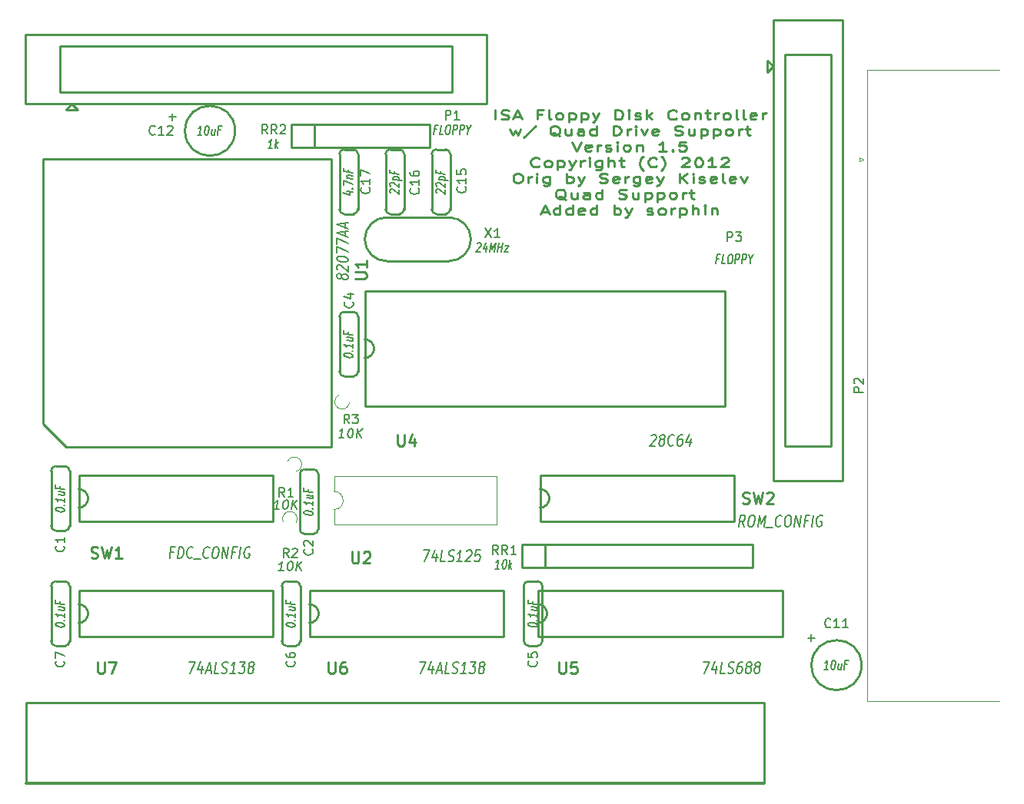
<source format=gto>
%TF.GenerationSoftware,KiCad,Pcbnew,(5.1.6-0)*%
%TF.CreationDate,2020-08-03T06:06:21-05:00*%
%TF.ProjectId,isa_fdc.kicad_DB37-v3_pcb,6973615f-6664-4632-9e6b-696361645f44,rev?*%
%TF.SameCoordinates,Original*%
%TF.FileFunction,Legend,Top*%
%TF.FilePolarity,Positive*%
%FSLAX46Y46*%
G04 Gerber Fmt 4.6, Leading zero omitted, Abs format (unit mm)*
G04 Created by KiCad (PCBNEW (5.1.6-0)) date 2020-08-03 06:06:21*
%MOMM*%
%LPD*%
G01*
G04 APERTURE LIST*
%ADD10C,0.250000*%
%ADD11C,0.120000*%
%ADD12C,0.254000*%
%ADD13C,0.304800*%
%ADD14C,0.150000*%
%ADD15C,0.203200*%
%ADD16C,0.152400*%
G04 APERTURE END LIST*
D10*
X153289142Y-61062380D02*
X153289142Y-60062380D01*
X153942285Y-61014761D02*
X154160000Y-61062380D01*
X154522857Y-61062380D01*
X154668000Y-61014761D01*
X154740571Y-60967142D01*
X154813142Y-60871904D01*
X154813142Y-60776666D01*
X154740571Y-60681428D01*
X154668000Y-60633809D01*
X154522857Y-60586190D01*
X154232571Y-60538571D01*
X154087428Y-60490952D01*
X154014857Y-60443333D01*
X153942285Y-60348095D01*
X153942285Y-60252857D01*
X154014857Y-60157619D01*
X154087428Y-60110000D01*
X154232571Y-60062380D01*
X154595428Y-60062380D01*
X154813142Y-60110000D01*
X155393714Y-60776666D02*
X156119428Y-60776666D01*
X155248571Y-61062380D02*
X155756571Y-60062380D01*
X156264571Y-61062380D01*
X158441714Y-60538571D02*
X157933714Y-60538571D01*
X157933714Y-61062380D02*
X157933714Y-60062380D01*
X158659428Y-60062380D01*
X159457714Y-61062380D02*
X159312571Y-61014761D01*
X159240000Y-60919523D01*
X159240000Y-60062380D01*
X160256000Y-61062380D02*
X160110857Y-61014761D01*
X160038285Y-60967142D01*
X159965714Y-60871904D01*
X159965714Y-60586190D01*
X160038285Y-60490952D01*
X160110857Y-60443333D01*
X160256000Y-60395714D01*
X160473714Y-60395714D01*
X160618857Y-60443333D01*
X160691428Y-60490952D01*
X160764000Y-60586190D01*
X160764000Y-60871904D01*
X160691428Y-60967142D01*
X160618857Y-61014761D01*
X160473714Y-61062380D01*
X160256000Y-61062380D01*
X161417142Y-60395714D02*
X161417142Y-61395714D01*
X161417142Y-60443333D02*
X161562285Y-60395714D01*
X161852571Y-60395714D01*
X161997714Y-60443333D01*
X162070285Y-60490952D01*
X162142857Y-60586190D01*
X162142857Y-60871904D01*
X162070285Y-60967142D01*
X161997714Y-61014761D01*
X161852571Y-61062380D01*
X161562285Y-61062380D01*
X161417142Y-61014761D01*
X162796000Y-60395714D02*
X162796000Y-61395714D01*
X162796000Y-60443333D02*
X162941142Y-60395714D01*
X163231428Y-60395714D01*
X163376571Y-60443333D01*
X163449142Y-60490952D01*
X163521714Y-60586190D01*
X163521714Y-60871904D01*
X163449142Y-60967142D01*
X163376571Y-61014761D01*
X163231428Y-61062380D01*
X162941142Y-61062380D01*
X162796000Y-61014761D01*
X164029714Y-60395714D02*
X164392571Y-61062380D01*
X164755428Y-60395714D02*
X164392571Y-61062380D01*
X164247428Y-61300476D01*
X164174857Y-61348095D01*
X164029714Y-61395714D01*
X166497142Y-61062380D02*
X166497142Y-60062380D01*
X166860000Y-60062380D01*
X167077714Y-60110000D01*
X167222857Y-60205238D01*
X167295428Y-60300476D01*
X167368000Y-60490952D01*
X167368000Y-60633809D01*
X167295428Y-60824285D01*
X167222857Y-60919523D01*
X167077714Y-61014761D01*
X166860000Y-61062380D01*
X166497142Y-61062380D01*
X168021142Y-61062380D02*
X168021142Y-60395714D01*
X168021142Y-60062380D02*
X167948571Y-60110000D01*
X168021142Y-60157619D01*
X168093714Y-60110000D01*
X168021142Y-60062380D01*
X168021142Y-60157619D01*
X168674285Y-61014761D02*
X168819428Y-61062380D01*
X169109714Y-61062380D01*
X169254857Y-61014761D01*
X169327428Y-60919523D01*
X169327428Y-60871904D01*
X169254857Y-60776666D01*
X169109714Y-60729047D01*
X168892000Y-60729047D01*
X168746857Y-60681428D01*
X168674285Y-60586190D01*
X168674285Y-60538571D01*
X168746857Y-60443333D01*
X168892000Y-60395714D01*
X169109714Y-60395714D01*
X169254857Y-60443333D01*
X169980571Y-61062380D02*
X169980571Y-60062380D01*
X170125714Y-60681428D02*
X170561142Y-61062380D01*
X170561142Y-60395714D02*
X169980571Y-60776666D01*
X173246285Y-60967142D02*
X173173714Y-61014761D01*
X172956000Y-61062380D01*
X172810857Y-61062380D01*
X172593142Y-61014761D01*
X172448000Y-60919523D01*
X172375428Y-60824285D01*
X172302857Y-60633809D01*
X172302857Y-60490952D01*
X172375428Y-60300476D01*
X172448000Y-60205238D01*
X172593142Y-60110000D01*
X172810857Y-60062380D01*
X172956000Y-60062380D01*
X173173714Y-60110000D01*
X173246285Y-60157619D01*
X174117142Y-61062380D02*
X173972000Y-61014761D01*
X173899428Y-60967142D01*
X173826857Y-60871904D01*
X173826857Y-60586190D01*
X173899428Y-60490952D01*
X173972000Y-60443333D01*
X174117142Y-60395714D01*
X174334857Y-60395714D01*
X174480000Y-60443333D01*
X174552571Y-60490952D01*
X174625142Y-60586190D01*
X174625142Y-60871904D01*
X174552571Y-60967142D01*
X174480000Y-61014761D01*
X174334857Y-61062380D01*
X174117142Y-61062380D01*
X175278285Y-60395714D02*
X175278285Y-61062380D01*
X175278285Y-60490952D02*
X175350857Y-60443333D01*
X175496000Y-60395714D01*
X175713714Y-60395714D01*
X175858857Y-60443333D01*
X175931428Y-60538571D01*
X175931428Y-61062380D01*
X176439428Y-60395714D02*
X177020000Y-60395714D01*
X176657142Y-60062380D02*
X176657142Y-60919523D01*
X176729714Y-61014761D01*
X176874857Y-61062380D01*
X177020000Y-61062380D01*
X177528000Y-61062380D02*
X177528000Y-60395714D01*
X177528000Y-60586190D02*
X177600571Y-60490952D01*
X177673142Y-60443333D01*
X177818285Y-60395714D01*
X177963428Y-60395714D01*
X178689142Y-61062380D02*
X178544000Y-61014761D01*
X178471428Y-60967142D01*
X178398857Y-60871904D01*
X178398857Y-60586190D01*
X178471428Y-60490952D01*
X178544000Y-60443333D01*
X178689142Y-60395714D01*
X178906857Y-60395714D01*
X179052000Y-60443333D01*
X179124571Y-60490952D01*
X179197142Y-60586190D01*
X179197142Y-60871904D01*
X179124571Y-60967142D01*
X179052000Y-61014761D01*
X178906857Y-61062380D01*
X178689142Y-61062380D01*
X180068000Y-61062380D02*
X179922857Y-61014761D01*
X179850285Y-60919523D01*
X179850285Y-60062380D01*
X180866285Y-61062380D02*
X180721142Y-61014761D01*
X180648571Y-60919523D01*
X180648571Y-60062380D01*
X182027428Y-61014761D02*
X181882285Y-61062380D01*
X181591999Y-61062380D01*
X181446857Y-61014761D01*
X181374285Y-60919523D01*
X181374285Y-60538571D01*
X181446857Y-60443333D01*
X181591999Y-60395714D01*
X181882285Y-60395714D01*
X182027428Y-60443333D01*
X182099999Y-60538571D01*
X182099999Y-60633809D01*
X181374285Y-60729047D01*
X182753142Y-61062380D02*
X182753142Y-60395714D01*
X182753142Y-60586190D02*
X182825714Y-60490952D01*
X182898285Y-60443333D01*
X183043428Y-60395714D01*
X183188571Y-60395714D01*
X154922000Y-62145714D02*
X155212285Y-62812380D01*
X155502571Y-62336190D01*
X155792857Y-62812380D01*
X156083142Y-62145714D01*
X157752285Y-61764761D02*
X156446000Y-63050476D01*
X160437428Y-62907619D02*
X160292285Y-62860000D01*
X160147142Y-62764761D01*
X159929428Y-62621904D01*
X159784285Y-62574285D01*
X159639142Y-62574285D01*
X159711714Y-62812380D02*
X159566571Y-62764761D01*
X159421428Y-62669523D01*
X159348857Y-62479047D01*
X159348857Y-62145714D01*
X159421428Y-61955238D01*
X159566571Y-61860000D01*
X159711714Y-61812380D01*
X160002000Y-61812380D01*
X160147142Y-61860000D01*
X160292285Y-61955238D01*
X160364857Y-62145714D01*
X160364857Y-62479047D01*
X160292285Y-62669523D01*
X160147142Y-62764761D01*
X160002000Y-62812380D01*
X159711714Y-62812380D01*
X161671142Y-62145714D02*
X161671142Y-62812380D01*
X161018000Y-62145714D02*
X161018000Y-62669523D01*
X161090571Y-62764761D01*
X161235714Y-62812380D01*
X161453428Y-62812380D01*
X161598571Y-62764761D01*
X161671142Y-62717142D01*
X163050000Y-62812380D02*
X163050000Y-62288571D01*
X162977428Y-62193333D01*
X162832285Y-62145714D01*
X162542000Y-62145714D01*
X162396857Y-62193333D01*
X163050000Y-62764761D02*
X162904857Y-62812380D01*
X162542000Y-62812380D01*
X162396857Y-62764761D01*
X162324285Y-62669523D01*
X162324285Y-62574285D01*
X162396857Y-62479047D01*
X162542000Y-62431428D01*
X162904857Y-62431428D01*
X163050000Y-62383809D01*
X164428857Y-62812380D02*
X164428857Y-61812380D01*
X164428857Y-62764761D02*
X164283714Y-62812380D01*
X163993428Y-62812380D01*
X163848285Y-62764761D01*
X163775714Y-62717142D01*
X163703142Y-62621904D01*
X163703142Y-62336190D01*
X163775714Y-62240952D01*
X163848285Y-62193333D01*
X163993428Y-62145714D01*
X164283714Y-62145714D01*
X164428857Y-62193333D01*
X166315714Y-62812380D02*
X166315714Y-61812380D01*
X166678571Y-61812380D01*
X166896285Y-61860000D01*
X167041428Y-61955238D01*
X167114000Y-62050476D01*
X167186571Y-62240952D01*
X167186571Y-62383809D01*
X167114000Y-62574285D01*
X167041428Y-62669523D01*
X166896285Y-62764761D01*
X166678571Y-62812380D01*
X166315714Y-62812380D01*
X167839714Y-62812380D02*
X167839714Y-62145714D01*
X167839714Y-62336190D02*
X167912285Y-62240952D01*
X167984857Y-62193333D01*
X168130000Y-62145714D01*
X168275142Y-62145714D01*
X168783142Y-62812380D02*
X168783142Y-62145714D01*
X168783142Y-61812380D02*
X168710571Y-61860000D01*
X168783142Y-61907619D01*
X168855714Y-61860000D01*
X168783142Y-61812380D01*
X168783142Y-61907619D01*
X169363714Y-62145714D02*
X169726571Y-62812380D01*
X170089428Y-62145714D01*
X171250571Y-62764761D02*
X171105428Y-62812380D01*
X170815142Y-62812380D01*
X170670000Y-62764761D01*
X170597428Y-62669523D01*
X170597428Y-62288571D01*
X170670000Y-62193333D01*
X170815142Y-62145714D01*
X171105428Y-62145714D01*
X171250571Y-62193333D01*
X171323142Y-62288571D01*
X171323142Y-62383809D01*
X170597428Y-62479047D01*
X173064857Y-62764761D02*
X173282571Y-62812380D01*
X173645428Y-62812380D01*
X173790571Y-62764761D01*
X173863142Y-62717142D01*
X173935714Y-62621904D01*
X173935714Y-62526666D01*
X173863142Y-62431428D01*
X173790571Y-62383809D01*
X173645428Y-62336190D01*
X173355142Y-62288571D01*
X173210000Y-62240952D01*
X173137428Y-62193333D01*
X173064857Y-62098095D01*
X173064857Y-62002857D01*
X173137428Y-61907619D01*
X173210000Y-61860000D01*
X173355142Y-61812380D01*
X173718000Y-61812380D01*
X173935714Y-61860000D01*
X175242000Y-62145714D02*
X175242000Y-62812380D01*
X174588857Y-62145714D02*
X174588857Y-62669523D01*
X174661428Y-62764761D01*
X174806571Y-62812380D01*
X175024285Y-62812380D01*
X175169428Y-62764761D01*
X175242000Y-62717142D01*
X175967714Y-62145714D02*
X175967714Y-63145714D01*
X175967714Y-62193333D02*
X176112857Y-62145714D01*
X176403142Y-62145714D01*
X176548285Y-62193333D01*
X176620857Y-62240952D01*
X176693428Y-62336190D01*
X176693428Y-62621904D01*
X176620857Y-62717142D01*
X176548285Y-62764761D01*
X176403142Y-62812380D01*
X176112857Y-62812380D01*
X175967714Y-62764761D01*
X177346571Y-62145714D02*
X177346571Y-63145714D01*
X177346571Y-62193333D02*
X177491714Y-62145714D01*
X177781999Y-62145714D01*
X177927142Y-62193333D01*
X177999714Y-62240952D01*
X178072285Y-62336190D01*
X178072285Y-62621904D01*
X177999714Y-62717142D01*
X177927142Y-62764761D01*
X177781999Y-62812380D01*
X177491714Y-62812380D01*
X177346571Y-62764761D01*
X178943142Y-62812380D02*
X178797999Y-62764761D01*
X178725428Y-62717142D01*
X178652857Y-62621904D01*
X178652857Y-62336190D01*
X178725428Y-62240952D01*
X178797999Y-62193333D01*
X178943142Y-62145714D01*
X179160857Y-62145714D01*
X179305999Y-62193333D01*
X179378571Y-62240952D01*
X179451142Y-62336190D01*
X179451142Y-62621904D01*
X179378571Y-62717142D01*
X179305999Y-62764761D01*
X179160857Y-62812380D01*
X178943142Y-62812380D01*
X180104285Y-62812380D02*
X180104285Y-62145714D01*
X180104285Y-62336190D02*
X180176857Y-62240952D01*
X180249428Y-62193333D01*
X180394571Y-62145714D01*
X180539714Y-62145714D01*
X180829999Y-62145714D02*
X181410571Y-62145714D01*
X181047714Y-61812380D02*
X181047714Y-62669523D01*
X181120285Y-62764761D01*
X181265428Y-62812380D01*
X181410571Y-62812380D01*
X161743714Y-63562380D02*
X162251714Y-64562380D01*
X162759714Y-63562380D01*
X163848285Y-64514761D02*
X163703142Y-64562380D01*
X163412857Y-64562380D01*
X163267714Y-64514761D01*
X163195142Y-64419523D01*
X163195142Y-64038571D01*
X163267714Y-63943333D01*
X163412857Y-63895714D01*
X163703142Y-63895714D01*
X163848285Y-63943333D01*
X163920857Y-64038571D01*
X163920857Y-64133809D01*
X163195142Y-64229047D01*
X164574000Y-64562380D02*
X164574000Y-63895714D01*
X164574000Y-64086190D02*
X164646571Y-63990952D01*
X164719142Y-63943333D01*
X164864285Y-63895714D01*
X165009428Y-63895714D01*
X165444857Y-64514761D02*
X165590000Y-64562380D01*
X165880285Y-64562380D01*
X166025428Y-64514761D01*
X166098000Y-64419523D01*
X166098000Y-64371904D01*
X166025428Y-64276666D01*
X165880285Y-64229047D01*
X165662571Y-64229047D01*
X165517428Y-64181428D01*
X165444857Y-64086190D01*
X165444857Y-64038571D01*
X165517428Y-63943333D01*
X165662571Y-63895714D01*
X165880285Y-63895714D01*
X166025428Y-63943333D01*
X166751142Y-64562380D02*
X166751142Y-63895714D01*
X166751142Y-63562380D02*
X166678571Y-63610000D01*
X166751142Y-63657619D01*
X166823714Y-63610000D01*
X166751142Y-63562380D01*
X166751142Y-63657619D01*
X167694571Y-64562380D02*
X167549428Y-64514761D01*
X167476857Y-64467142D01*
X167404285Y-64371904D01*
X167404285Y-64086190D01*
X167476857Y-63990952D01*
X167549428Y-63943333D01*
X167694571Y-63895714D01*
X167912285Y-63895714D01*
X168057428Y-63943333D01*
X168130000Y-63990952D01*
X168202571Y-64086190D01*
X168202571Y-64371904D01*
X168130000Y-64467142D01*
X168057428Y-64514761D01*
X167912285Y-64562380D01*
X167694571Y-64562380D01*
X168855714Y-63895714D02*
X168855714Y-64562380D01*
X168855714Y-63990952D02*
X168928285Y-63943333D01*
X169073428Y-63895714D01*
X169291142Y-63895714D01*
X169436285Y-63943333D01*
X169508857Y-64038571D01*
X169508857Y-64562380D01*
X172194000Y-64562380D02*
X171323142Y-64562380D01*
X171758571Y-64562380D02*
X171758571Y-63562380D01*
X171613428Y-63705238D01*
X171468285Y-63800476D01*
X171323142Y-63848095D01*
X172847142Y-64467142D02*
X172919714Y-64514761D01*
X172847142Y-64562380D01*
X172774571Y-64514761D01*
X172847142Y-64467142D01*
X172847142Y-64562380D01*
X174298571Y-63562380D02*
X173572857Y-63562380D01*
X173500285Y-64038571D01*
X173572857Y-63990952D01*
X173718000Y-63943333D01*
X174080857Y-63943333D01*
X174226000Y-63990952D01*
X174298571Y-64038571D01*
X174371142Y-64133809D01*
X174371142Y-64371904D01*
X174298571Y-64467142D01*
X174226000Y-64514761D01*
X174080857Y-64562380D01*
X173718000Y-64562380D01*
X173572857Y-64514761D01*
X173500285Y-64467142D01*
X158151428Y-66217142D02*
X158078857Y-66264761D01*
X157861142Y-66312380D01*
X157716000Y-66312380D01*
X157498285Y-66264761D01*
X157353142Y-66169523D01*
X157280571Y-66074285D01*
X157208000Y-65883809D01*
X157208000Y-65740952D01*
X157280571Y-65550476D01*
X157353142Y-65455238D01*
X157498285Y-65360000D01*
X157716000Y-65312380D01*
X157861142Y-65312380D01*
X158078857Y-65360000D01*
X158151428Y-65407619D01*
X159022285Y-66312380D02*
X158877142Y-66264761D01*
X158804571Y-66217142D01*
X158732000Y-66121904D01*
X158732000Y-65836190D01*
X158804571Y-65740952D01*
X158877142Y-65693333D01*
X159022285Y-65645714D01*
X159240000Y-65645714D01*
X159385142Y-65693333D01*
X159457714Y-65740952D01*
X159530285Y-65836190D01*
X159530285Y-66121904D01*
X159457714Y-66217142D01*
X159385142Y-66264761D01*
X159240000Y-66312380D01*
X159022285Y-66312380D01*
X160183428Y-65645714D02*
X160183428Y-66645714D01*
X160183428Y-65693333D02*
X160328571Y-65645714D01*
X160618857Y-65645714D01*
X160764000Y-65693333D01*
X160836571Y-65740952D01*
X160909142Y-65836190D01*
X160909142Y-66121904D01*
X160836571Y-66217142D01*
X160764000Y-66264761D01*
X160618857Y-66312380D01*
X160328571Y-66312380D01*
X160183428Y-66264761D01*
X161417142Y-65645714D02*
X161780000Y-66312380D01*
X162142857Y-65645714D02*
X161780000Y-66312380D01*
X161634857Y-66550476D01*
X161562285Y-66598095D01*
X161417142Y-66645714D01*
X162723428Y-66312380D02*
X162723428Y-65645714D01*
X162723428Y-65836190D02*
X162796000Y-65740952D01*
X162868571Y-65693333D01*
X163013714Y-65645714D01*
X163158857Y-65645714D01*
X163666857Y-66312380D02*
X163666857Y-65645714D01*
X163666857Y-65312380D02*
X163594285Y-65360000D01*
X163666857Y-65407619D01*
X163739428Y-65360000D01*
X163666857Y-65312380D01*
X163666857Y-65407619D01*
X165045714Y-65645714D02*
X165045714Y-66455238D01*
X164973142Y-66550476D01*
X164900571Y-66598095D01*
X164755428Y-66645714D01*
X164537714Y-66645714D01*
X164392571Y-66598095D01*
X165045714Y-66264761D02*
X164900571Y-66312380D01*
X164610285Y-66312380D01*
X164465142Y-66264761D01*
X164392571Y-66217142D01*
X164320000Y-66121904D01*
X164320000Y-65836190D01*
X164392571Y-65740952D01*
X164465142Y-65693333D01*
X164610285Y-65645714D01*
X164900571Y-65645714D01*
X165045714Y-65693333D01*
X165771428Y-66312380D02*
X165771428Y-65312380D01*
X166424571Y-66312380D02*
X166424571Y-65788571D01*
X166352000Y-65693333D01*
X166206857Y-65645714D01*
X165989142Y-65645714D01*
X165844000Y-65693333D01*
X165771428Y-65740952D01*
X166932571Y-65645714D02*
X167513142Y-65645714D01*
X167150285Y-65312380D02*
X167150285Y-66169523D01*
X167222857Y-66264761D01*
X167368000Y-66312380D01*
X167513142Y-66312380D01*
X169617714Y-66693333D02*
X169545142Y-66645714D01*
X169400000Y-66502857D01*
X169327428Y-66407619D01*
X169254857Y-66264761D01*
X169182285Y-66026666D01*
X169182285Y-65836190D01*
X169254857Y-65598095D01*
X169327428Y-65455238D01*
X169400000Y-65360000D01*
X169545142Y-65217142D01*
X169617714Y-65169523D01*
X171069142Y-66217142D02*
X170996571Y-66264761D01*
X170778857Y-66312380D01*
X170633714Y-66312380D01*
X170416000Y-66264761D01*
X170270857Y-66169523D01*
X170198285Y-66074285D01*
X170125714Y-65883809D01*
X170125714Y-65740952D01*
X170198285Y-65550476D01*
X170270857Y-65455238D01*
X170416000Y-65360000D01*
X170633714Y-65312380D01*
X170778857Y-65312380D01*
X170996571Y-65360000D01*
X171069142Y-65407619D01*
X171577142Y-66693333D02*
X171649714Y-66645714D01*
X171794857Y-66502857D01*
X171867428Y-66407619D01*
X171940000Y-66264761D01*
X172012571Y-66026666D01*
X172012571Y-65836190D01*
X171940000Y-65598095D01*
X171867428Y-65455238D01*
X171794857Y-65360000D01*
X171649714Y-65217142D01*
X171577142Y-65169523D01*
X173826857Y-65407619D02*
X173899428Y-65360000D01*
X174044571Y-65312380D01*
X174407428Y-65312380D01*
X174552571Y-65360000D01*
X174625142Y-65407619D01*
X174697714Y-65502857D01*
X174697714Y-65598095D01*
X174625142Y-65740952D01*
X173754285Y-66312380D01*
X174697714Y-66312380D01*
X175641142Y-65312380D02*
X175786285Y-65312380D01*
X175931428Y-65360000D01*
X176004000Y-65407619D01*
X176076571Y-65502857D01*
X176149142Y-65693333D01*
X176149142Y-65931428D01*
X176076571Y-66121904D01*
X176004000Y-66217142D01*
X175931428Y-66264761D01*
X175786285Y-66312380D01*
X175641142Y-66312380D01*
X175496000Y-66264761D01*
X175423428Y-66217142D01*
X175350857Y-66121904D01*
X175278285Y-65931428D01*
X175278285Y-65693333D01*
X175350857Y-65502857D01*
X175423428Y-65407619D01*
X175496000Y-65360000D01*
X175641142Y-65312380D01*
X177600571Y-66312380D02*
X176729714Y-66312380D01*
X177165142Y-66312380D02*
X177165142Y-65312380D01*
X177020000Y-65455238D01*
X176874857Y-65550476D01*
X176729714Y-65598095D01*
X178181142Y-65407619D02*
X178253714Y-65360000D01*
X178398857Y-65312380D01*
X178761714Y-65312380D01*
X178906857Y-65360000D01*
X178979428Y-65407619D01*
X179052000Y-65502857D01*
X179052000Y-65598095D01*
X178979428Y-65740952D01*
X178108571Y-66312380D01*
X179052000Y-66312380D01*
X155647714Y-67062380D02*
X155938000Y-67062380D01*
X156083142Y-67110000D01*
X156228285Y-67205238D01*
X156300857Y-67395714D01*
X156300857Y-67729047D01*
X156228285Y-67919523D01*
X156083142Y-68014761D01*
X155938000Y-68062380D01*
X155647714Y-68062380D01*
X155502571Y-68014761D01*
X155357428Y-67919523D01*
X155284857Y-67729047D01*
X155284857Y-67395714D01*
X155357428Y-67205238D01*
X155502571Y-67110000D01*
X155647714Y-67062380D01*
X156954000Y-68062380D02*
X156954000Y-67395714D01*
X156954000Y-67586190D02*
X157026571Y-67490952D01*
X157099142Y-67443333D01*
X157244285Y-67395714D01*
X157389428Y-67395714D01*
X157897428Y-68062380D02*
X157897428Y-67395714D01*
X157897428Y-67062380D02*
X157824857Y-67110000D01*
X157897428Y-67157619D01*
X157970000Y-67110000D01*
X157897428Y-67062380D01*
X157897428Y-67157619D01*
X159276285Y-67395714D02*
X159276285Y-68205238D01*
X159203714Y-68300476D01*
X159131142Y-68348095D01*
X158986000Y-68395714D01*
X158768285Y-68395714D01*
X158623142Y-68348095D01*
X159276285Y-68014761D02*
X159131142Y-68062380D01*
X158840857Y-68062380D01*
X158695714Y-68014761D01*
X158623142Y-67967142D01*
X158550571Y-67871904D01*
X158550571Y-67586190D01*
X158623142Y-67490952D01*
X158695714Y-67443333D01*
X158840857Y-67395714D01*
X159131142Y-67395714D01*
X159276285Y-67443333D01*
X161163142Y-68062380D02*
X161163142Y-67062380D01*
X161163142Y-67443333D02*
X161308285Y-67395714D01*
X161598571Y-67395714D01*
X161743714Y-67443333D01*
X161816285Y-67490952D01*
X161888857Y-67586190D01*
X161888857Y-67871904D01*
X161816285Y-67967142D01*
X161743714Y-68014761D01*
X161598571Y-68062380D01*
X161308285Y-68062380D01*
X161163142Y-68014761D01*
X162396857Y-67395714D02*
X162759714Y-68062380D01*
X163122571Y-67395714D02*
X162759714Y-68062380D01*
X162614571Y-68300476D01*
X162542000Y-68348095D01*
X162396857Y-68395714D01*
X164791714Y-68014761D02*
X165009428Y-68062380D01*
X165372285Y-68062380D01*
X165517428Y-68014761D01*
X165590000Y-67967142D01*
X165662571Y-67871904D01*
X165662571Y-67776666D01*
X165590000Y-67681428D01*
X165517428Y-67633809D01*
X165372285Y-67586190D01*
X165082000Y-67538571D01*
X164936857Y-67490952D01*
X164864285Y-67443333D01*
X164791714Y-67348095D01*
X164791714Y-67252857D01*
X164864285Y-67157619D01*
X164936857Y-67110000D01*
X165082000Y-67062380D01*
X165444857Y-67062380D01*
X165662571Y-67110000D01*
X166896285Y-68014761D02*
X166751142Y-68062380D01*
X166460857Y-68062380D01*
X166315714Y-68014761D01*
X166243142Y-67919523D01*
X166243142Y-67538571D01*
X166315714Y-67443333D01*
X166460857Y-67395714D01*
X166751142Y-67395714D01*
X166896285Y-67443333D01*
X166968857Y-67538571D01*
X166968857Y-67633809D01*
X166243142Y-67729047D01*
X167622000Y-68062380D02*
X167622000Y-67395714D01*
X167622000Y-67586190D02*
X167694571Y-67490952D01*
X167767142Y-67443333D01*
X167912285Y-67395714D01*
X168057428Y-67395714D01*
X169218571Y-67395714D02*
X169218571Y-68205238D01*
X169146000Y-68300476D01*
X169073428Y-68348095D01*
X168928285Y-68395714D01*
X168710571Y-68395714D01*
X168565428Y-68348095D01*
X169218571Y-68014761D02*
X169073428Y-68062380D01*
X168783142Y-68062380D01*
X168638000Y-68014761D01*
X168565428Y-67967142D01*
X168492857Y-67871904D01*
X168492857Y-67586190D01*
X168565428Y-67490952D01*
X168638000Y-67443333D01*
X168783142Y-67395714D01*
X169073428Y-67395714D01*
X169218571Y-67443333D01*
X170524857Y-68014761D02*
X170379714Y-68062380D01*
X170089428Y-68062380D01*
X169944285Y-68014761D01*
X169871714Y-67919523D01*
X169871714Y-67538571D01*
X169944285Y-67443333D01*
X170089428Y-67395714D01*
X170379714Y-67395714D01*
X170524857Y-67443333D01*
X170597428Y-67538571D01*
X170597428Y-67633809D01*
X169871714Y-67729047D01*
X171105428Y-67395714D02*
X171468285Y-68062380D01*
X171831142Y-67395714D02*
X171468285Y-68062380D01*
X171323142Y-68300476D01*
X171250571Y-68348095D01*
X171105428Y-68395714D01*
X173572857Y-68062380D02*
X173572857Y-67062380D01*
X174443714Y-68062380D02*
X173790571Y-67490952D01*
X174443714Y-67062380D02*
X173572857Y-67633809D01*
X175096857Y-68062380D02*
X175096857Y-67395714D01*
X175096857Y-67062380D02*
X175024285Y-67110000D01*
X175096857Y-67157619D01*
X175169428Y-67110000D01*
X175096857Y-67062380D01*
X175096857Y-67157619D01*
X175750000Y-68014761D02*
X175895142Y-68062380D01*
X176185428Y-68062380D01*
X176330571Y-68014761D01*
X176403142Y-67919523D01*
X176403142Y-67871904D01*
X176330571Y-67776666D01*
X176185428Y-67729047D01*
X175967714Y-67729047D01*
X175822571Y-67681428D01*
X175750000Y-67586190D01*
X175750000Y-67538571D01*
X175822571Y-67443333D01*
X175967714Y-67395714D01*
X176185428Y-67395714D01*
X176330571Y-67443333D01*
X177636857Y-68014761D02*
X177491714Y-68062380D01*
X177201428Y-68062380D01*
X177056285Y-68014761D01*
X176983714Y-67919523D01*
X176983714Y-67538571D01*
X177056285Y-67443333D01*
X177201428Y-67395714D01*
X177491714Y-67395714D01*
X177636857Y-67443333D01*
X177709428Y-67538571D01*
X177709428Y-67633809D01*
X176983714Y-67729047D01*
X178580285Y-68062380D02*
X178435142Y-68014761D01*
X178362571Y-67919523D01*
X178362571Y-67062380D01*
X179741428Y-68014761D02*
X179596285Y-68062380D01*
X179306000Y-68062380D01*
X179160857Y-68014761D01*
X179088285Y-67919523D01*
X179088285Y-67538571D01*
X179160857Y-67443333D01*
X179306000Y-67395714D01*
X179596285Y-67395714D01*
X179741428Y-67443333D01*
X179814000Y-67538571D01*
X179814000Y-67633809D01*
X179088285Y-67729047D01*
X180322000Y-67395714D02*
X180684857Y-68062380D01*
X181047714Y-67395714D01*
X161090571Y-69907619D02*
X160945428Y-69860000D01*
X160800285Y-69764761D01*
X160582571Y-69621904D01*
X160437428Y-69574285D01*
X160292285Y-69574285D01*
X160364857Y-69812380D02*
X160219714Y-69764761D01*
X160074571Y-69669523D01*
X160002000Y-69479047D01*
X160002000Y-69145714D01*
X160074571Y-68955238D01*
X160219714Y-68860000D01*
X160364857Y-68812380D01*
X160655142Y-68812380D01*
X160800285Y-68860000D01*
X160945428Y-68955238D01*
X161018000Y-69145714D01*
X161018000Y-69479047D01*
X160945428Y-69669523D01*
X160800285Y-69764761D01*
X160655142Y-69812380D01*
X160364857Y-69812380D01*
X162324285Y-69145714D02*
X162324285Y-69812380D01*
X161671142Y-69145714D02*
X161671142Y-69669523D01*
X161743714Y-69764761D01*
X161888857Y-69812380D01*
X162106571Y-69812380D01*
X162251714Y-69764761D01*
X162324285Y-69717142D01*
X163703142Y-69812380D02*
X163703142Y-69288571D01*
X163630571Y-69193333D01*
X163485428Y-69145714D01*
X163195142Y-69145714D01*
X163050000Y-69193333D01*
X163703142Y-69764761D02*
X163558000Y-69812380D01*
X163195142Y-69812380D01*
X163050000Y-69764761D01*
X162977428Y-69669523D01*
X162977428Y-69574285D01*
X163050000Y-69479047D01*
X163195142Y-69431428D01*
X163558000Y-69431428D01*
X163703142Y-69383809D01*
X165082000Y-69812380D02*
X165082000Y-68812380D01*
X165082000Y-69764761D02*
X164936857Y-69812380D01*
X164646571Y-69812380D01*
X164501428Y-69764761D01*
X164428857Y-69717142D01*
X164356285Y-69621904D01*
X164356285Y-69336190D01*
X164428857Y-69240952D01*
X164501428Y-69193333D01*
X164646571Y-69145714D01*
X164936857Y-69145714D01*
X165082000Y-69193333D01*
X166896285Y-69764761D02*
X167114000Y-69812380D01*
X167476857Y-69812380D01*
X167622000Y-69764761D01*
X167694571Y-69717142D01*
X167767142Y-69621904D01*
X167767142Y-69526666D01*
X167694571Y-69431428D01*
X167622000Y-69383809D01*
X167476857Y-69336190D01*
X167186571Y-69288571D01*
X167041428Y-69240952D01*
X166968857Y-69193333D01*
X166896285Y-69098095D01*
X166896285Y-69002857D01*
X166968857Y-68907619D01*
X167041428Y-68860000D01*
X167186571Y-68812380D01*
X167549428Y-68812380D01*
X167767142Y-68860000D01*
X169073428Y-69145714D02*
X169073428Y-69812380D01*
X168420285Y-69145714D02*
X168420285Y-69669523D01*
X168492857Y-69764761D01*
X168638000Y-69812380D01*
X168855714Y-69812380D01*
X169000857Y-69764761D01*
X169073428Y-69717142D01*
X169799142Y-69145714D02*
X169799142Y-70145714D01*
X169799142Y-69193333D02*
X169944285Y-69145714D01*
X170234571Y-69145714D01*
X170379714Y-69193333D01*
X170452285Y-69240952D01*
X170524857Y-69336190D01*
X170524857Y-69621904D01*
X170452285Y-69717142D01*
X170379714Y-69764761D01*
X170234571Y-69812380D01*
X169944285Y-69812380D01*
X169799142Y-69764761D01*
X171178000Y-69145714D02*
X171178000Y-70145714D01*
X171178000Y-69193333D02*
X171323142Y-69145714D01*
X171613428Y-69145714D01*
X171758571Y-69193333D01*
X171831142Y-69240952D01*
X171903714Y-69336190D01*
X171903714Y-69621904D01*
X171831142Y-69717142D01*
X171758571Y-69764761D01*
X171613428Y-69812380D01*
X171323142Y-69812380D01*
X171178000Y-69764761D01*
X172774571Y-69812380D02*
X172629428Y-69764761D01*
X172556857Y-69717142D01*
X172484285Y-69621904D01*
X172484285Y-69336190D01*
X172556857Y-69240952D01*
X172629428Y-69193333D01*
X172774571Y-69145714D01*
X172992285Y-69145714D01*
X173137428Y-69193333D01*
X173210000Y-69240952D01*
X173282571Y-69336190D01*
X173282571Y-69621904D01*
X173210000Y-69717142D01*
X173137428Y-69764761D01*
X172992285Y-69812380D01*
X172774571Y-69812380D01*
X173935714Y-69812380D02*
X173935714Y-69145714D01*
X173935714Y-69336190D02*
X174008285Y-69240952D01*
X174080857Y-69193333D01*
X174226000Y-69145714D01*
X174371142Y-69145714D01*
X174661428Y-69145714D02*
X175242000Y-69145714D01*
X174879142Y-68812380D02*
X174879142Y-69669523D01*
X174951714Y-69764761D01*
X175096857Y-69812380D01*
X175242000Y-69812380D01*
X158405428Y-71276666D02*
X159131142Y-71276666D01*
X158260285Y-71562380D02*
X158768285Y-70562380D01*
X159276285Y-71562380D01*
X160437428Y-71562380D02*
X160437428Y-70562380D01*
X160437428Y-71514761D02*
X160292285Y-71562380D01*
X160002000Y-71562380D01*
X159856857Y-71514761D01*
X159784285Y-71467142D01*
X159711714Y-71371904D01*
X159711714Y-71086190D01*
X159784285Y-70990952D01*
X159856857Y-70943333D01*
X160002000Y-70895714D01*
X160292285Y-70895714D01*
X160437428Y-70943333D01*
X161816285Y-71562380D02*
X161816285Y-70562380D01*
X161816285Y-71514761D02*
X161671142Y-71562380D01*
X161380857Y-71562380D01*
X161235714Y-71514761D01*
X161163142Y-71467142D01*
X161090571Y-71371904D01*
X161090571Y-71086190D01*
X161163142Y-70990952D01*
X161235714Y-70943333D01*
X161380857Y-70895714D01*
X161671142Y-70895714D01*
X161816285Y-70943333D01*
X163122571Y-71514761D02*
X162977428Y-71562380D01*
X162687142Y-71562380D01*
X162542000Y-71514761D01*
X162469428Y-71419523D01*
X162469428Y-71038571D01*
X162542000Y-70943333D01*
X162687142Y-70895714D01*
X162977428Y-70895714D01*
X163122571Y-70943333D01*
X163195142Y-71038571D01*
X163195142Y-71133809D01*
X162469428Y-71229047D01*
X164501428Y-71562380D02*
X164501428Y-70562380D01*
X164501428Y-71514761D02*
X164356285Y-71562380D01*
X164066000Y-71562380D01*
X163920857Y-71514761D01*
X163848285Y-71467142D01*
X163775714Y-71371904D01*
X163775714Y-71086190D01*
X163848285Y-70990952D01*
X163920857Y-70943333D01*
X164066000Y-70895714D01*
X164356285Y-70895714D01*
X164501428Y-70943333D01*
X166388285Y-71562380D02*
X166388285Y-70562380D01*
X166388285Y-70943333D02*
X166533428Y-70895714D01*
X166823714Y-70895714D01*
X166968857Y-70943333D01*
X167041428Y-70990952D01*
X167114000Y-71086190D01*
X167114000Y-71371904D01*
X167041428Y-71467142D01*
X166968857Y-71514761D01*
X166823714Y-71562380D01*
X166533428Y-71562380D01*
X166388285Y-71514761D01*
X167622000Y-70895714D02*
X167984857Y-71562380D01*
X168347714Y-70895714D02*
X167984857Y-71562380D01*
X167839714Y-71800476D01*
X167767142Y-71848095D01*
X167622000Y-71895714D01*
X170016857Y-71514761D02*
X170162000Y-71562380D01*
X170452285Y-71562380D01*
X170597428Y-71514761D01*
X170670000Y-71419523D01*
X170670000Y-71371904D01*
X170597428Y-71276666D01*
X170452285Y-71229047D01*
X170234571Y-71229047D01*
X170089428Y-71181428D01*
X170016857Y-71086190D01*
X170016857Y-71038571D01*
X170089428Y-70943333D01*
X170234571Y-70895714D01*
X170452285Y-70895714D01*
X170597428Y-70943333D01*
X171540857Y-71562380D02*
X171395714Y-71514761D01*
X171323142Y-71467142D01*
X171250571Y-71371904D01*
X171250571Y-71086190D01*
X171323142Y-70990952D01*
X171395714Y-70943333D01*
X171540857Y-70895714D01*
X171758571Y-70895714D01*
X171903714Y-70943333D01*
X171976285Y-70990952D01*
X172048857Y-71086190D01*
X172048857Y-71371904D01*
X171976285Y-71467142D01*
X171903714Y-71514761D01*
X171758571Y-71562380D01*
X171540857Y-71562380D01*
X172702000Y-71562380D02*
X172702000Y-70895714D01*
X172702000Y-71086190D02*
X172774571Y-70990952D01*
X172847142Y-70943333D01*
X172992285Y-70895714D01*
X173137428Y-70895714D01*
X173645428Y-70895714D02*
X173645428Y-71895714D01*
X173645428Y-70943333D02*
X173790571Y-70895714D01*
X174080857Y-70895714D01*
X174226000Y-70943333D01*
X174298571Y-70990952D01*
X174371142Y-71086190D01*
X174371142Y-71371904D01*
X174298571Y-71467142D01*
X174226000Y-71514761D01*
X174080857Y-71562380D01*
X173790571Y-71562380D01*
X173645428Y-71514761D01*
X175024285Y-71562380D02*
X175024285Y-70562380D01*
X175677428Y-71562380D02*
X175677428Y-71038571D01*
X175604857Y-70943333D01*
X175459714Y-70895714D01*
X175242000Y-70895714D01*
X175096857Y-70943333D01*
X175024285Y-70990952D01*
X176403142Y-71562380D02*
X176403142Y-70895714D01*
X176403142Y-70562380D02*
X176330571Y-70610000D01*
X176403142Y-70657619D01*
X176475714Y-70610000D01*
X176403142Y-70562380D01*
X176403142Y-70657619D01*
X177128857Y-70895714D02*
X177128857Y-71562380D01*
X177128857Y-70990952D02*
X177201428Y-70943333D01*
X177346571Y-70895714D01*
X177564285Y-70895714D01*
X177709428Y-70943333D01*
X177782000Y-71038571D01*
X177782000Y-71562380D01*
D11*
%TO.C,R3*%
X137249012Y-92317469D02*
G75*
G02*
X136042349Y-91508752I-809012J97469D01*
G01*
%TO.C,P2*%
X193828675Y-65490000D02*
X193395662Y-65740000D01*
X193395662Y-65240000D02*
X193828675Y-65490000D01*
X193395662Y-65740000D02*
X193395662Y-65240000D01*
X194290000Y-55660000D02*
X208830000Y-55660000D01*
X194290000Y-125180000D02*
X194290000Y-55660000D01*
X208830000Y-125180000D02*
X194290000Y-125180000D01*
D12*
%TO.C,P3*%
X190280000Y-97140000D02*
X185200000Y-97140000D01*
X185200000Y-53960000D02*
X190280000Y-53960000D01*
X190280000Y-97140000D02*
X190280000Y-53960000D01*
X185200000Y-53960000D02*
X185200000Y-97140000D01*
X183930000Y-50150000D02*
X191550000Y-50150000D01*
X183930000Y-100950000D02*
X183930000Y-50150000D01*
X191550000Y-100950000D02*
X183930000Y-100950000D01*
X191550000Y-50150000D02*
X191550000Y-100950000D01*
X183295000Y-55865000D02*
X183295000Y-54595000D01*
X183930000Y-55230000D02*
X183295000Y-55865000D01*
X183295000Y-54595000D02*
X183930000Y-55230000D01*
D11*
%TO.C,R2*%
X129940641Y-105440095D02*
G75*
G02*
X131390000Y-105537133I749359J320095D01*
G01*
%TO.C,R1*%
X130413782Y-98806464D02*
G75*
G02*
X131370017Y-99899932I756218J-303536D01*
G01*
%TO.C,U2*%
X135550000Y-100450000D02*
X135550000Y-102100000D01*
X153450000Y-100450000D02*
X135550000Y-100450000D01*
X153450000Y-105750000D02*
X153450000Y-100450000D01*
X135550000Y-105750000D02*
X153450000Y-105750000D01*
X135550000Y-104100000D02*
X135550000Y-105750000D01*
X135550000Y-102100000D02*
G75*
G02*
X135550000Y-104100000I0J-1000000D01*
G01*
D12*
%TO.C,C2*%
X132282000Y-99664000D02*
X133298000Y-99664000D01*
X133806000Y-100172000D02*
X133806000Y-106268000D01*
X131774000Y-100172000D02*
X131774000Y-106268000D01*
X132282000Y-106776000D02*
X133298000Y-106776000D01*
X131774000Y-106268000D02*
G75*
G03*
X132282000Y-106776000I508000J0D01*
G01*
X133298000Y-106776000D02*
G75*
G03*
X133806000Y-106268000I0J508000D01*
G01*
X132282000Y-99664000D02*
G75*
G03*
X131774000Y-100172000I0J-508000D01*
G01*
X133806000Y-100172000D02*
G75*
G03*
X133298000Y-99664000I-508000J0D01*
G01*
%TO.C,SW1*%
X107442000Y-105410000D02*
X107442000Y-100330000D01*
X128778000Y-105410000D02*
X107442000Y-105410000D01*
X128778000Y-100330000D02*
X128778000Y-105410000D01*
X107442000Y-100330000D02*
X128778000Y-100330000D01*
X107442000Y-103886000D02*
G75*
G03*
X108458000Y-102870000I0J1016000D01*
G01*
X108458000Y-102870000D02*
G75*
G03*
X107442000Y-101854000I-1016000J0D01*
G01*
%TO.C,BUS1*%
X182880000Y-125412500D02*
X182880000Y-134302500D01*
D13*
X182880000Y-134302500D02*
X101600000Y-134302500D01*
D12*
X182880000Y-125412500D02*
X101600000Y-125412500D01*
X101600000Y-134302500D02*
X101600000Y-125412500D01*
%TO.C,C11*%
X193640820Y-121260000D02*
G75*
G03*
X193640820Y-121260000I-2750820J0D01*
G01*
%TO.C,C12*%
X124640820Y-62340000D02*
G75*
G03*
X124640820Y-62340000I-2750820J0D01*
G01*
%TO.C,U5*%
X157988000Y-118110000D02*
X157988000Y-113030000D01*
X184912000Y-118110000D02*
X157988000Y-118110000D01*
X184912000Y-113030000D02*
X184912000Y-118110000D01*
X157988000Y-113030000D02*
X184912000Y-113030000D01*
X157988000Y-116586000D02*
G75*
G03*
X159004000Y-115570000I0J1016000D01*
G01*
X159004000Y-115570000D02*
G75*
G03*
X157988000Y-114554000I-1016000J0D01*
G01*
%TO.C,U7*%
X107442000Y-118110000D02*
X107442000Y-113030000D01*
X128778000Y-118110000D02*
X107442000Y-118110000D01*
X128778000Y-113030000D02*
X128778000Y-118110000D01*
X107442000Y-113030000D02*
X128778000Y-113030000D01*
X107442000Y-116586000D02*
G75*
G03*
X108458000Y-115570000I0J1016000D01*
G01*
X108458000Y-115570000D02*
G75*
G03*
X107442000Y-114554000I-1016000J0D01*
G01*
%TO.C,U6*%
X132842000Y-118110000D02*
X132842000Y-113030000D01*
X154178000Y-118110000D02*
X132842000Y-118110000D01*
X154178000Y-113030000D02*
X154178000Y-118110000D01*
X132842000Y-113030000D02*
X154178000Y-113030000D01*
X132842000Y-116586000D02*
G75*
G03*
X133858000Y-115570000I0J1016000D01*
G01*
X133858000Y-115570000D02*
G75*
G03*
X132842000Y-114554000I-1016000J0D01*
G01*
%TO.C,SW2*%
X158242000Y-105410000D02*
X158242000Y-100330000D01*
X179578000Y-105410000D02*
X158242000Y-105410000D01*
X179578000Y-100330000D02*
X179578000Y-105410000D01*
X158242000Y-100330000D02*
X179578000Y-100330000D01*
X158242000Y-103886000D02*
G75*
G03*
X159258000Y-102870000I0J1016000D01*
G01*
X159258000Y-102870000D02*
G75*
G03*
X158242000Y-101854000I-1016000J0D01*
G01*
%TO.C,C1*%
X104902000Y-99314000D02*
X105918000Y-99314000D01*
X106426000Y-99822000D02*
X106426000Y-105918000D01*
X104394000Y-99822000D02*
X104394000Y-105918000D01*
X104902000Y-106426000D02*
X105918000Y-106426000D01*
X104394000Y-105918000D02*
G75*
G03*
X104902000Y-106426000I508000J0D01*
G01*
X105918000Y-106426000D02*
G75*
G03*
X106426000Y-105918000I0J508000D01*
G01*
X104902000Y-99314000D02*
G75*
G03*
X104394000Y-99822000I0J-508000D01*
G01*
X106426000Y-99822000D02*
G75*
G03*
X105918000Y-99314000I-508000J0D01*
G01*
%TO.C,C7*%
X104902000Y-112014000D02*
X105918000Y-112014000D01*
X106426000Y-112522000D02*
X106426000Y-118618000D01*
X104394000Y-112522000D02*
X104394000Y-118618000D01*
X104902000Y-119126000D02*
X105918000Y-119126000D01*
X104394000Y-118618000D02*
G75*
G03*
X104902000Y-119126000I508000J0D01*
G01*
X105918000Y-119126000D02*
G75*
G03*
X106426000Y-118618000I0J508000D01*
G01*
X104902000Y-112014000D02*
G75*
G03*
X104394000Y-112522000I0J-508000D01*
G01*
X106426000Y-112522000D02*
G75*
G03*
X105918000Y-112014000I-508000J0D01*
G01*
%TO.C,C6*%
X130302000Y-112014000D02*
X131318000Y-112014000D01*
X131826000Y-112522000D02*
X131826000Y-118618000D01*
X129794000Y-112522000D02*
X129794000Y-118618000D01*
X130302000Y-119126000D02*
X131318000Y-119126000D01*
X129794000Y-118618000D02*
G75*
G03*
X130302000Y-119126000I508000J0D01*
G01*
X131318000Y-119126000D02*
G75*
G03*
X131826000Y-118618000I0J508000D01*
G01*
X130302000Y-112014000D02*
G75*
G03*
X129794000Y-112522000I0J-508000D01*
G01*
X131826000Y-112522000D02*
G75*
G03*
X131318000Y-112014000I-508000J0D01*
G01*
%TO.C,C5*%
X156962000Y-112004000D02*
X157978000Y-112004000D01*
X158486000Y-112512000D02*
X158486000Y-118608000D01*
X156454000Y-112512000D02*
X156454000Y-118608000D01*
X156962000Y-119116000D02*
X157978000Y-119116000D01*
X156454000Y-118608000D02*
G75*
G03*
X156962000Y-119116000I508000J0D01*
G01*
X157978000Y-119116000D02*
G75*
G03*
X158486000Y-118608000I0J508000D01*
G01*
X156962000Y-112004000D02*
G75*
G03*
X156454000Y-112512000I0J-508000D01*
G01*
X158486000Y-112512000D02*
G75*
G03*
X157978000Y-112004000I-508000J0D01*
G01*
%TO.C,C4*%
X136662000Y-82294000D02*
X137678000Y-82294000D01*
X138186000Y-82802000D02*
X138186000Y-88898000D01*
X136154000Y-82802000D02*
X136154000Y-88898000D01*
X136662000Y-89406000D02*
X137678000Y-89406000D01*
X136154000Y-88898000D02*
G75*
G03*
X136662000Y-89406000I508000J0D01*
G01*
X137678000Y-89406000D02*
G75*
G03*
X138186000Y-88898000I0J508000D01*
G01*
X136662000Y-82294000D02*
G75*
G03*
X136154000Y-82802000I0J-508000D01*
G01*
X138186000Y-82802000D02*
G75*
G03*
X137678000Y-82294000I-508000J0D01*
G01*
%TO.C,C16*%
X142748000Y-71501000D02*
X141732000Y-71501000D01*
X141224000Y-70993000D02*
X141224000Y-64897000D01*
X143256000Y-70993000D02*
X143256000Y-64897000D01*
X142748000Y-64389000D02*
X141732000Y-64389000D01*
X143256000Y-64897000D02*
G75*
G03*
X142748000Y-64389000I-508000J0D01*
G01*
X141732000Y-64389000D02*
G75*
G03*
X141224000Y-64897000I0J-508000D01*
G01*
X142748000Y-71501000D02*
G75*
G03*
X143256000Y-70993000I0J508000D01*
G01*
X141224000Y-70993000D02*
G75*
G03*
X141732000Y-71501000I508000J0D01*
G01*
%TO.C,C15*%
X147828000Y-71501000D02*
X146812000Y-71501000D01*
X146304000Y-70993000D02*
X146304000Y-64897000D01*
X148336000Y-70993000D02*
X148336000Y-64897000D01*
X147828000Y-64389000D02*
X146812000Y-64389000D01*
X148336000Y-64897000D02*
G75*
G03*
X147828000Y-64389000I-508000J0D01*
G01*
X146812000Y-64389000D02*
G75*
G03*
X146304000Y-64897000I0J-508000D01*
G01*
X147828000Y-71501000D02*
G75*
G03*
X148336000Y-70993000I0J508000D01*
G01*
X146304000Y-70993000D02*
G75*
G03*
X146812000Y-71501000I508000J0D01*
G01*
%TO.C,U4*%
X138938000Y-92710000D02*
X138938000Y-80010000D01*
X178562000Y-92710000D02*
X138938000Y-92710000D01*
X178562000Y-80010000D02*
X178562000Y-92710000D01*
X138938000Y-80010000D02*
X178562000Y-80010000D01*
X138938000Y-87376000D02*
G75*
G03*
X139954000Y-86360000I0J1016000D01*
G01*
X139954000Y-86360000D02*
G75*
G03*
X138938000Y-85344000I-1016000J0D01*
G01*
%TO.C,C17*%
X136652000Y-64389000D02*
X137668000Y-64389000D01*
X138176000Y-64897000D02*
X138176000Y-70993000D01*
X136144000Y-64897000D02*
X136144000Y-70993000D01*
X136652000Y-71501000D02*
X137668000Y-71501000D01*
X136144000Y-70993000D02*
G75*
G03*
X136652000Y-71501000I508000J0D01*
G01*
X137668000Y-71501000D02*
G75*
G03*
X138176000Y-70993000I0J508000D01*
G01*
X136652000Y-64389000D02*
G75*
G03*
X136144000Y-64897000I0J-508000D01*
G01*
X138176000Y-64897000D02*
G75*
G03*
X137668000Y-64389000I-508000J0D01*
G01*
%TO.C,U1*%
X135255000Y-65405000D02*
X135255000Y-97155000D01*
X103505000Y-65405000D02*
X135255000Y-65405000D01*
X106045000Y-97155000D02*
X103505000Y-94615000D01*
X103505000Y-94615000D02*
X103505000Y-65405000D01*
X106045000Y-97155000D02*
X135255000Y-97155000D01*
%TO.C,P1*%
X148580000Y-53030000D02*
X148580000Y-58110000D01*
X105400000Y-58110000D02*
X105400000Y-53030000D01*
X148580000Y-53030000D02*
X105400000Y-53030000D01*
X105400000Y-58110000D02*
X148580000Y-58110000D01*
X101590000Y-59380000D02*
X101590000Y-51760000D01*
X152390000Y-59380000D02*
X101590000Y-59380000D01*
X152390000Y-51760000D02*
X152390000Y-59380000D01*
X101590000Y-51760000D02*
X152390000Y-51760000D01*
X107305000Y-60015000D02*
X106035000Y-60015000D01*
X106670000Y-59380000D02*
X107305000Y-60015000D01*
X106035000Y-60015000D02*
X106670000Y-59380000D01*
%TO.C,RR1*%
X158750000Y-110490000D02*
X158750000Y-107950000D01*
X181610000Y-110490000D02*
X156210000Y-110490000D01*
X181610000Y-107950000D02*
X181610000Y-110490000D01*
X156210000Y-107950000D02*
X181610000Y-107950000D01*
X156210000Y-110490000D02*
X156210000Y-107950000D01*
%TO.C,RR2*%
X130810000Y-64135000D02*
X130810000Y-61595000D01*
X130810000Y-61595000D02*
X146050000Y-61595000D01*
X146050000Y-61595000D02*
X146050000Y-64135000D01*
X146050000Y-64135000D02*
X130810000Y-64135000D01*
X133350000Y-64135000D02*
X133350000Y-61595000D01*
%TO.C,X1*%
X141351000Y-76708000D02*
X148209000Y-76708000D01*
X148209000Y-71882000D02*
X141351000Y-71882000D01*
X141351000Y-71882000D02*
G75*
G03*
X138938000Y-74295000I0J-2413000D01*
G01*
X138938000Y-74295000D02*
G75*
G03*
X141351000Y-76708000I2413000J0D01*
G01*
X148209000Y-76708000D02*
G75*
G03*
X150622000Y-74295000I0J2413000D01*
G01*
X150622000Y-74295000D02*
G75*
G03*
X148209000Y-71882000I-2413000J0D01*
G01*
%TO.C,R3*%
D14*
X137233333Y-94612380D02*
X136900000Y-94136190D01*
X136661904Y-94612380D02*
X136661904Y-93612380D01*
X137042857Y-93612380D01*
X137138095Y-93660000D01*
X137185714Y-93707619D01*
X137233333Y-93802857D01*
X137233333Y-93945714D01*
X137185714Y-94040952D01*
X137138095Y-94088571D01*
X137042857Y-94136190D01*
X136661904Y-94136190D01*
X137566666Y-93612380D02*
X138185714Y-93612380D01*
X137852380Y-93993333D01*
X137995238Y-93993333D01*
X138090476Y-94040952D01*
X138138095Y-94088571D01*
X138185714Y-94183809D01*
X138185714Y-94421904D01*
X138138095Y-94517142D01*
X138090476Y-94564761D01*
X137995238Y-94612380D01*
X137709523Y-94612380D01*
X137614285Y-94564761D01*
X137566666Y-94517142D01*
X136629538Y-96172380D02*
X136058110Y-96172380D01*
X136343824Y-96172380D02*
X136468824Y-95172380D01*
X136355729Y-95315238D01*
X136248586Y-95410476D01*
X136147395Y-95458095D01*
X137373586Y-95172380D02*
X137468824Y-95172380D01*
X137558110Y-95220000D01*
X137599776Y-95267619D01*
X137635491Y-95362857D01*
X137659300Y-95553333D01*
X137629538Y-95791428D01*
X137558110Y-95981904D01*
X137498586Y-96077142D01*
X137445014Y-96124761D01*
X137343824Y-96172380D01*
X137248586Y-96172380D01*
X137159300Y-96124761D01*
X137117633Y-96077142D01*
X137081919Y-95981904D01*
X137058110Y-95791428D01*
X137087872Y-95553333D01*
X137159300Y-95362857D01*
X137218824Y-95267619D01*
X137272395Y-95220000D01*
X137373586Y-95172380D01*
X138010491Y-96172380D02*
X138135491Y-95172380D01*
X138581919Y-96172380D02*
X138224776Y-95600952D01*
X138706919Y-95172380D02*
X138064062Y-95743809D01*
%TO.C,P2*%
X193802380Y-91158095D02*
X192802380Y-91158095D01*
X192802380Y-90777142D01*
X192850000Y-90681904D01*
X192897619Y-90634285D01*
X192992857Y-90586666D01*
X193135714Y-90586666D01*
X193230952Y-90634285D01*
X193278571Y-90681904D01*
X193326190Y-90777142D01*
X193326190Y-91158095D01*
X192897619Y-90205714D02*
X192850000Y-90158095D01*
X192802380Y-90062857D01*
X192802380Y-89824761D01*
X192850000Y-89729523D01*
X192897619Y-89681904D01*
X192992857Y-89634285D01*
X193088095Y-89634285D01*
X193230952Y-89681904D01*
X193802380Y-90253333D01*
X193802380Y-89634285D01*
%TO.C,P3*%
D15*
X178870095Y-74529619D02*
X178870095Y-73513619D01*
X179257142Y-73513619D01*
X179353904Y-73562000D01*
X179402285Y-73610380D01*
X179450666Y-73707142D01*
X179450666Y-73852285D01*
X179402285Y-73949047D01*
X179353904Y-73997428D01*
X179257142Y-74045809D01*
X178870095Y-74045809D01*
X179789333Y-73513619D02*
X180418285Y-73513619D01*
X180079619Y-73900666D01*
X180224761Y-73900666D01*
X180321523Y-73949047D01*
X180369904Y-73997428D01*
X180418285Y-74094190D01*
X180418285Y-74336095D01*
X180369904Y-74432857D01*
X180321523Y-74481238D01*
X180224761Y-74529619D01*
X179934476Y-74529619D01*
X179837714Y-74481238D01*
X179789333Y-74432857D01*
D16*
X177947653Y-76447428D02*
X177693653Y-76447428D01*
X177627129Y-76979619D02*
X177754129Y-75963619D01*
X178116986Y-75963619D01*
X178643129Y-76979619D02*
X178280272Y-76979619D01*
X178407272Y-75963619D01*
X179169272Y-75963619D02*
X179314415Y-75963619D01*
X179380938Y-76012000D01*
X179441415Y-76108761D01*
X179453510Y-76302285D01*
X179411177Y-76640952D01*
X179350700Y-76834476D01*
X179266034Y-76931238D01*
X179187415Y-76979619D01*
X179042272Y-76979619D01*
X178975748Y-76931238D01*
X178915272Y-76834476D01*
X178903177Y-76640952D01*
X178945510Y-76302285D01*
X179005986Y-76108761D01*
X179090653Y-76012000D01*
X179169272Y-75963619D01*
X179695415Y-76979619D02*
X179822415Y-75963619D01*
X180112700Y-75963619D01*
X180179224Y-76012000D01*
X180209462Y-76060380D01*
X180233653Y-76157142D01*
X180215510Y-76302285D01*
X180167129Y-76399047D01*
X180124796Y-76447428D01*
X180046177Y-76495809D01*
X179755891Y-76495809D01*
X180457415Y-76979619D02*
X180584415Y-75963619D01*
X180874700Y-75963619D01*
X180941224Y-76012000D01*
X180971462Y-76060380D01*
X180995653Y-76157142D01*
X180977510Y-76302285D01*
X180929129Y-76399047D01*
X180886796Y-76447428D01*
X180808177Y-76495809D01*
X180517891Y-76495809D01*
X181425034Y-76495809D02*
X181364557Y-76979619D01*
X181237557Y-75963619D02*
X181425034Y-76495809D01*
X181745557Y-75963619D01*
%TO.C,R2*%
D14*
X130553333Y-109392380D02*
X130220000Y-108916190D01*
X129981904Y-109392380D02*
X129981904Y-108392380D01*
X130362857Y-108392380D01*
X130458095Y-108440000D01*
X130505714Y-108487619D01*
X130553333Y-108582857D01*
X130553333Y-108725714D01*
X130505714Y-108820952D01*
X130458095Y-108868571D01*
X130362857Y-108916190D01*
X129981904Y-108916190D01*
X130934285Y-108487619D02*
X130981904Y-108440000D01*
X131077142Y-108392380D01*
X131315238Y-108392380D01*
X131410476Y-108440000D01*
X131458095Y-108487619D01*
X131505714Y-108582857D01*
X131505714Y-108678095D01*
X131458095Y-108820952D01*
X130886666Y-109392380D01*
X131505714Y-109392380D01*
X129989538Y-110822380D02*
X129418110Y-110822380D01*
X129703824Y-110822380D02*
X129828824Y-109822380D01*
X129715729Y-109965238D01*
X129608586Y-110060476D01*
X129507395Y-110108095D01*
X130733586Y-109822380D02*
X130828824Y-109822380D01*
X130918110Y-109870000D01*
X130959776Y-109917619D01*
X130995491Y-110012857D01*
X131019300Y-110203333D01*
X130989538Y-110441428D01*
X130918110Y-110631904D01*
X130858586Y-110727142D01*
X130805014Y-110774761D01*
X130703824Y-110822380D01*
X130608586Y-110822380D01*
X130519300Y-110774761D01*
X130477633Y-110727142D01*
X130441919Y-110631904D01*
X130418110Y-110441428D01*
X130447872Y-110203333D01*
X130519300Y-110012857D01*
X130578824Y-109917619D01*
X130632395Y-109870000D01*
X130733586Y-109822380D01*
X131370491Y-110822380D02*
X131495491Y-109822380D01*
X131941919Y-110822380D02*
X131584776Y-110250952D01*
X132066919Y-109822380D02*
X131424062Y-110393809D01*
%TO.C,R1*%
X130093333Y-102692380D02*
X129760000Y-102216190D01*
X129521904Y-102692380D02*
X129521904Y-101692380D01*
X129902857Y-101692380D01*
X129998095Y-101740000D01*
X130045714Y-101787619D01*
X130093333Y-101882857D01*
X130093333Y-102025714D01*
X130045714Y-102120952D01*
X129998095Y-102168571D01*
X129902857Y-102216190D01*
X129521904Y-102216190D01*
X131045714Y-102692380D02*
X130474285Y-102692380D01*
X130760000Y-102692380D02*
X130760000Y-101692380D01*
X130664761Y-101835238D01*
X130569523Y-101930476D01*
X130474285Y-101978095D01*
X129489538Y-104052379D02*
X128918110Y-104052379D01*
X129203824Y-104052379D02*
X129328824Y-103052379D01*
X129215729Y-103195237D01*
X129108586Y-103290475D01*
X129007395Y-103338094D01*
X130233586Y-103052379D02*
X130328824Y-103052379D01*
X130418110Y-103099999D01*
X130459776Y-103147618D01*
X130495491Y-103242856D01*
X130519300Y-103433332D01*
X130489538Y-103671427D01*
X130418110Y-103861903D01*
X130358586Y-103957141D01*
X130305014Y-104004760D01*
X130203824Y-104052379D01*
X130108586Y-104052379D01*
X130019300Y-104004760D01*
X129977633Y-103957141D01*
X129941919Y-103861903D01*
X129918110Y-103671427D01*
X129947872Y-103433332D01*
X130019300Y-103242856D01*
X130078824Y-103147618D01*
X130132395Y-103099999D01*
X130233586Y-103052379D01*
X130870491Y-104052379D02*
X130995491Y-103052379D01*
X131441919Y-104052379D02*
X131084776Y-103480951D01*
X131566919Y-103052379D02*
X130924062Y-103623808D01*
%TO.C,U2*%
D12*
X137522380Y-108744523D02*
X137522380Y-109772619D01*
X137582857Y-109893571D01*
X137643333Y-109954047D01*
X137764285Y-110014523D01*
X138006190Y-110014523D01*
X138127142Y-109954047D01*
X138187619Y-109893571D01*
X138248095Y-109772619D01*
X138248095Y-108744523D01*
X138792380Y-108865476D02*
X138852857Y-108805000D01*
X138973809Y-108744523D01*
X139276190Y-108744523D01*
X139397142Y-108805000D01*
X139457619Y-108865476D01*
X139518095Y-108986428D01*
X139518095Y-109107380D01*
X139457619Y-109288809D01*
X138731904Y-110014523D01*
X139518095Y-110014523D01*
D15*
X145441784Y-108574523D02*
X146119117Y-108574523D01*
X145524939Y-109844523D01*
X146888677Y-108997857D02*
X146782844Y-109844523D01*
X146707248Y-108514047D02*
X146351951Y-109421190D01*
X146980903Y-109421190D01*
X147798844Y-109844523D02*
X147315034Y-109844523D01*
X147473784Y-108574523D01*
X148096689Y-109784047D02*
X148234272Y-109844523D01*
X148476177Y-109844523D01*
X148580498Y-109784047D01*
X148636439Y-109723571D01*
X148699939Y-109602619D01*
X148715058Y-109481666D01*
X148681796Y-109360714D01*
X148640975Y-109300238D01*
X148551772Y-109239761D01*
X148365808Y-109179285D01*
X148276606Y-109118809D01*
X148235784Y-109058333D01*
X148202522Y-108937380D01*
X148217641Y-108816428D01*
X148281141Y-108695476D01*
X148337082Y-108635000D01*
X148441403Y-108574523D01*
X148683308Y-108574523D01*
X148820891Y-108635000D01*
X149637320Y-109844523D02*
X149056748Y-109844523D01*
X149347034Y-109844523D02*
X149505784Y-108574523D01*
X149386344Y-108755952D01*
X149274463Y-108876904D01*
X149170141Y-108937380D01*
X150167998Y-108695476D02*
X150223939Y-108635000D01*
X150328260Y-108574523D01*
X150570165Y-108574523D01*
X150659367Y-108635000D01*
X150700189Y-108695476D01*
X150733451Y-108816428D01*
X150718332Y-108937380D01*
X150647272Y-109118809D01*
X149975987Y-109844523D01*
X150604939Y-109844523D01*
X151682927Y-108574523D02*
X151199117Y-108574523D01*
X151075141Y-109179285D01*
X151131082Y-109118809D01*
X151235403Y-109058333D01*
X151477308Y-109058333D01*
X151566510Y-109118809D01*
X151607332Y-109179285D01*
X151640594Y-109300238D01*
X151602796Y-109602619D01*
X151539296Y-109723571D01*
X151483356Y-109784047D01*
X151379034Y-109844523D01*
X151137129Y-109844523D01*
X151047927Y-109784047D01*
X151007106Y-109723571D01*
%TO.C,C2*%
X133152857Y-108469333D02*
X133201238Y-108517714D01*
X133249619Y-108662857D01*
X133249619Y-108759619D01*
X133201238Y-108904761D01*
X133104476Y-109001523D01*
X133007714Y-109049904D01*
X132814190Y-109098285D01*
X132669047Y-109098285D01*
X132475523Y-109049904D01*
X132378761Y-109001523D01*
X132282000Y-108904761D01*
X132233619Y-108759619D01*
X132233619Y-108662857D01*
X132282000Y-108517714D01*
X132330380Y-108469333D01*
X132330380Y-108082285D02*
X132282000Y-108033904D01*
X132233619Y-107937142D01*
X132233619Y-107695238D01*
X132282000Y-107598476D01*
X132330380Y-107550095D01*
X132427142Y-107501714D01*
X132523904Y-107501714D01*
X132669047Y-107550095D01*
X133249619Y-108130666D01*
X133249619Y-107501714D01*
D16*
X132233619Y-104446442D02*
X132233619Y-104373870D01*
X132282000Y-104307346D01*
X132330380Y-104277108D01*
X132427142Y-104252918D01*
X132620666Y-104240822D01*
X132862571Y-104271061D01*
X133056095Y-104331537D01*
X133152857Y-104379918D01*
X133201238Y-104422251D01*
X133249619Y-104500870D01*
X133249619Y-104573442D01*
X133201238Y-104639965D01*
X133152857Y-104670203D01*
X133056095Y-104694394D01*
X132862571Y-104706489D01*
X132620666Y-104676251D01*
X132427142Y-104615775D01*
X132330380Y-104567394D01*
X132282000Y-104525061D01*
X132233619Y-104446442D01*
X133152857Y-103980775D02*
X133201238Y-103950537D01*
X133249619Y-103992870D01*
X133201238Y-104023108D01*
X133152857Y-103980775D01*
X133249619Y-103992870D01*
X133249619Y-103230870D02*
X133249619Y-103666299D01*
X133249619Y-103448584D02*
X132233619Y-103321584D01*
X132378761Y-103412299D01*
X132475523Y-103496965D01*
X132523904Y-103575584D01*
X132572285Y-102493061D02*
X133249619Y-102577727D01*
X132572285Y-102819632D02*
X133104476Y-102886156D01*
X133201238Y-102861965D01*
X133249619Y-102795442D01*
X133249619Y-102686584D01*
X133201238Y-102607965D01*
X133152857Y-102565632D01*
X132717428Y-101894346D02*
X132717428Y-102148346D01*
X133249619Y-102214870D02*
X132233619Y-102087870D01*
X132233619Y-101725013D01*
%TO.C,SW1*%
D12*
X108796666Y-109416547D02*
X108978095Y-109477023D01*
X109280476Y-109477023D01*
X109401428Y-109416547D01*
X109461904Y-109356071D01*
X109522380Y-109235119D01*
X109522380Y-109114166D01*
X109461904Y-108993214D01*
X109401428Y-108932738D01*
X109280476Y-108872261D01*
X109038571Y-108811785D01*
X108917619Y-108751309D01*
X108857142Y-108690833D01*
X108796666Y-108569880D01*
X108796666Y-108448928D01*
X108857142Y-108327976D01*
X108917619Y-108267500D01*
X109038571Y-108207023D01*
X109340952Y-108207023D01*
X109522380Y-108267500D01*
X109945714Y-108207023D02*
X110248095Y-109477023D01*
X110490000Y-108569880D01*
X110731904Y-109477023D01*
X111034285Y-108207023D01*
X112183333Y-109477023D02*
X111457619Y-109477023D01*
X111820476Y-109477023D02*
X111820476Y-108207023D01*
X111699523Y-108388452D01*
X111578571Y-108509404D01*
X111457619Y-108569880D01*
D15*
X117859522Y-108811785D02*
X117520856Y-108811785D01*
X117437701Y-109477023D02*
X117596451Y-108207023D01*
X118080260Y-108207023D01*
X118308558Y-109477023D02*
X118467308Y-108207023D01*
X118709213Y-108207023D01*
X118846796Y-108267500D01*
X118928439Y-108388452D01*
X118961701Y-108509404D01*
X118979844Y-108751309D01*
X118957165Y-108932738D01*
X118878546Y-109174642D01*
X118815046Y-109295595D01*
X118703165Y-109416547D01*
X118550463Y-109477023D01*
X118308558Y-109477023D01*
X119920248Y-109356071D02*
X119864308Y-109416547D01*
X119711606Y-109477023D01*
X119614844Y-109477023D01*
X119477260Y-109416547D01*
X119395617Y-109295595D01*
X119362356Y-109174642D01*
X119344213Y-108932738D01*
X119366891Y-108751309D01*
X119445510Y-108509404D01*
X119509010Y-108388452D01*
X119620891Y-108267500D01*
X119773594Y-108207023D01*
X119870356Y-108207023D01*
X120007939Y-108267500D01*
X120048760Y-108327976D01*
X120083534Y-109597976D02*
X120857629Y-109597976D01*
X121710344Y-109356071D02*
X121654403Y-109416547D01*
X121501701Y-109477023D01*
X121404939Y-109477023D01*
X121267356Y-109416547D01*
X121185713Y-109295595D01*
X121152451Y-109174642D01*
X121134308Y-108932738D01*
X121156987Y-108751309D01*
X121235606Y-108509404D01*
X121299106Y-108388452D01*
X121410987Y-108267500D01*
X121563689Y-108207023D01*
X121660451Y-108207023D01*
X121798034Y-108267500D01*
X121838856Y-108327976D01*
X122482927Y-108207023D02*
X122676451Y-108207023D01*
X122765653Y-108267500D01*
X122847296Y-108388452D01*
X122865439Y-108630357D01*
X122812522Y-109053690D01*
X122733903Y-109295595D01*
X122622022Y-109416547D01*
X122517701Y-109477023D01*
X122324177Y-109477023D01*
X122234975Y-109416547D01*
X122153332Y-109295595D01*
X122135189Y-109053690D01*
X122188106Y-108630357D01*
X122266725Y-108388452D01*
X122378606Y-108267500D01*
X122482927Y-108207023D01*
X123195034Y-109477023D02*
X123353784Y-108207023D01*
X123775606Y-109477023D01*
X123934356Y-108207023D01*
X124681237Y-108811785D02*
X124342570Y-108811785D01*
X124259415Y-109477023D02*
X124418165Y-108207023D01*
X124901975Y-108207023D01*
X125130272Y-109477023D02*
X125289022Y-108207023D01*
X126297463Y-108267500D02*
X126208260Y-108207023D01*
X126063117Y-108207023D01*
X125910415Y-108267500D01*
X125798534Y-108388452D01*
X125735034Y-108509404D01*
X125656415Y-108751309D01*
X125633737Y-108932738D01*
X125651879Y-109174642D01*
X125685141Y-109295595D01*
X125766784Y-109416547D01*
X125904367Y-109477023D01*
X126001129Y-109477023D01*
X126153832Y-109416547D01*
X126209772Y-109356071D01*
X126262689Y-108932738D01*
X126069165Y-108932738D01*
%TO.C,C11*%
X190236857Y-117032857D02*
X190188476Y-117081238D01*
X190043333Y-117129619D01*
X189946571Y-117129619D01*
X189801428Y-117081238D01*
X189704666Y-116984476D01*
X189656285Y-116887714D01*
X189607904Y-116694190D01*
X189607904Y-116549047D01*
X189656285Y-116355523D01*
X189704666Y-116258761D01*
X189801428Y-116162000D01*
X189946571Y-116113619D01*
X190043333Y-116113619D01*
X190188476Y-116162000D01*
X190236857Y-116210380D01*
X191204476Y-117129619D02*
X190623904Y-117129619D01*
X190914190Y-117129619D02*
X190914190Y-116113619D01*
X190817428Y-116258761D01*
X190720666Y-116355523D01*
X190623904Y-116403904D01*
X192172095Y-117129619D02*
X191591523Y-117129619D01*
X191881809Y-117129619D02*
X191881809Y-116113619D01*
X191785047Y-116258761D01*
X191688285Y-116355523D01*
X191591523Y-116403904D01*
D16*
X189971986Y-121719619D02*
X189536557Y-121719619D01*
X189754272Y-121719619D02*
X189881272Y-120703619D01*
X189790557Y-120848761D01*
X189705891Y-120945523D01*
X189627272Y-120993904D01*
X190570700Y-120703619D02*
X190643272Y-120703619D01*
X190709796Y-120752000D01*
X190740034Y-120800380D01*
X190764224Y-120897142D01*
X190776319Y-121090666D01*
X190746081Y-121332571D01*
X190685605Y-121526095D01*
X190637224Y-121622857D01*
X190594891Y-121671238D01*
X190516272Y-121719619D01*
X190443700Y-121719619D01*
X190377177Y-121671238D01*
X190346938Y-121622857D01*
X190322748Y-121526095D01*
X190310653Y-121332571D01*
X190340891Y-121090666D01*
X190401367Y-120897142D01*
X190449748Y-120800380D01*
X190492081Y-120752000D01*
X190570700Y-120703619D01*
X191435510Y-121042285D02*
X191350843Y-121719619D01*
X191108938Y-121042285D02*
X191042415Y-121574476D01*
X191066605Y-121671238D01*
X191133129Y-121719619D01*
X191241986Y-121719619D01*
X191320605Y-121671238D01*
X191362938Y-121622857D01*
X192034224Y-121187428D02*
X191780224Y-121187428D01*
X191713700Y-121719619D02*
X191840700Y-120703619D01*
X192203557Y-120703619D01*
D15*
X188102571Y-118657047D02*
X188102571Y-117882952D01*
X188489619Y-118270000D02*
X187715523Y-118270000D01*
%TO.C,C12*%
X115839357Y-62702857D02*
X115790976Y-62751238D01*
X115645833Y-62799619D01*
X115549071Y-62799619D01*
X115403928Y-62751238D01*
X115307166Y-62654476D01*
X115258785Y-62557714D01*
X115210404Y-62364190D01*
X115210404Y-62219047D01*
X115258785Y-62025523D01*
X115307166Y-61928761D01*
X115403928Y-61832000D01*
X115549071Y-61783619D01*
X115645833Y-61783619D01*
X115790976Y-61832000D01*
X115839357Y-61880380D01*
X116806976Y-62799619D02*
X116226404Y-62799619D01*
X116516690Y-62799619D02*
X116516690Y-61783619D01*
X116419928Y-61928761D01*
X116323166Y-62025523D01*
X116226404Y-62073904D01*
X117194023Y-61880380D02*
X117242404Y-61832000D01*
X117339166Y-61783619D01*
X117581071Y-61783619D01*
X117677833Y-61832000D01*
X117726214Y-61880380D01*
X117774595Y-61977142D01*
X117774595Y-62073904D01*
X117726214Y-62219047D01*
X117145642Y-62799619D01*
X117774595Y-62799619D01*
D16*
X120971986Y-62799619D02*
X120536557Y-62799619D01*
X120754272Y-62799619D02*
X120881272Y-61783619D01*
X120790557Y-61928761D01*
X120705891Y-62025523D01*
X120627272Y-62073904D01*
X121570700Y-61783619D02*
X121643272Y-61783619D01*
X121709796Y-61832000D01*
X121740034Y-61880380D01*
X121764224Y-61977142D01*
X121776319Y-62170666D01*
X121746081Y-62412571D01*
X121685605Y-62606095D01*
X121637224Y-62702857D01*
X121594891Y-62751238D01*
X121516272Y-62799619D01*
X121443700Y-62799619D01*
X121377177Y-62751238D01*
X121346938Y-62702857D01*
X121322748Y-62606095D01*
X121310653Y-62412571D01*
X121340891Y-62170666D01*
X121401367Y-61977142D01*
X121449748Y-61880380D01*
X121492081Y-61832000D01*
X121570700Y-61783619D01*
X122435510Y-62122285D02*
X122350843Y-62799619D01*
X122108938Y-62122285D02*
X122042415Y-62654476D01*
X122066605Y-62751238D01*
X122133129Y-62799619D01*
X122241986Y-62799619D01*
X122320605Y-62751238D01*
X122362938Y-62702857D01*
X123034224Y-62267428D02*
X122780224Y-62267428D01*
X122713700Y-62799619D02*
X122840700Y-61783619D01*
X123203557Y-61783619D01*
D15*
X117375452Y-60825071D02*
X118149547Y-60825071D01*
X117762500Y-61212119D02*
X117762500Y-60438023D01*
%TO.C,U5*%
D12*
X160322380Y-120907023D02*
X160322380Y-121935119D01*
X160382857Y-122056071D01*
X160443333Y-122116547D01*
X160564285Y-122177023D01*
X160806190Y-122177023D01*
X160927142Y-122116547D01*
X160987619Y-122056071D01*
X161048095Y-121935119D01*
X161048095Y-120907023D01*
X162257619Y-120907023D02*
X161652857Y-120907023D01*
X161592380Y-121511785D01*
X161652857Y-121451309D01*
X161773809Y-121390833D01*
X162076190Y-121390833D01*
X162197142Y-121451309D01*
X162257619Y-121511785D01*
X162318095Y-121632738D01*
X162318095Y-121935119D01*
X162257619Y-122056071D01*
X162197142Y-122116547D01*
X162076190Y-122177023D01*
X161773809Y-122177023D01*
X161652857Y-122116547D01*
X161592380Y-122056071D01*
D15*
X176249284Y-120907023D02*
X176926617Y-120907023D01*
X176332439Y-122177023D01*
X177696177Y-121330357D02*
X177590344Y-122177023D01*
X177514748Y-120846547D02*
X177159451Y-121753690D01*
X177788403Y-121753690D01*
X178606344Y-122177023D02*
X178122534Y-122177023D01*
X178281284Y-120907023D01*
X178904189Y-122116547D02*
X179041772Y-122177023D01*
X179283677Y-122177023D01*
X179387998Y-122116547D01*
X179443939Y-122056071D01*
X179507439Y-121935119D01*
X179522558Y-121814166D01*
X179489296Y-121693214D01*
X179448475Y-121632738D01*
X179359272Y-121572261D01*
X179173308Y-121511785D01*
X179084106Y-121451309D01*
X179043284Y-121390833D01*
X179010022Y-121269880D01*
X179025141Y-121148928D01*
X179088641Y-121027976D01*
X179144582Y-120967500D01*
X179248903Y-120907023D01*
X179490808Y-120907023D01*
X179628391Y-120967500D01*
X180506808Y-120907023D02*
X180313284Y-120907023D01*
X180208963Y-120967500D01*
X180153022Y-121027976D01*
X180033582Y-121209404D01*
X179954963Y-121451309D01*
X179894487Y-121935119D01*
X179927748Y-122056071D01*
X179968570Y-122116547D01*
X180057772Y-122177023D01*
X180251296Y-122177023D01*
X180355617Y-122116547D01*
X180411558Y-122056071D01*
X180475058Y-121935119D01*
X180512856Y-121632738D01*
X180479594Y-121511785D01*
X180438772Y-121451309D01*
X180349570Y-121390833D01*
X180156046Y-121390833D01*
X180051725Y-121451309D01*
X179995784Y-121511785D01*
X179932284Y-121632738D01*
X181116106Y-121451309D02*
X181026903Y-121390833D01*
X180986082Y-121330357D01*
X180952820Y-121209404D01*
X180960379Y-121148928D01*
X181023879Y-121027976D01*
X181079820Y-120967500D01*
X181184141Y-120907023D01*
X181377665Y-120907023D01*
X181466867Y-120967500D01*
X181507689Y-121027976D01*
X181540951Y-121148928D01*
X181533391Y-121209404D01*
X181469891Y-121330357D01*
X181413951Y-121390833D01*
X181309629Y-121451309D01*
X181116106Y-121451309D01*
X181011784Y-121511785D01*
X180955844Y-121572261D01*
X180892344Y-121693214D01*
X180862106Y-121935119D01*
X180895367Y-122056071D01*
X180936189Y-122116547D01*
X181025391Y-122177023D01*
X181218915Y-122177023D01*
X181323237Y-122116547D01*
X181379177Y-122056071D01*
X181442677Y-121935119D01*
X181472915Y-121693214D01*
X181439653Y-121572261D01*
X181398832Y-121511785D01*
X181309629Y-121451309D01*
X182083725Y-121451309D02*
X181994522Y-121390833D01*
X181953701Y-121330357D01*
X181920439Y-121209404D01*
X181927998Y-121148928D01*
X181991498Y-121027976D01*
X182047439Y-120967500D01*
X182151760Y-120907023D01*
X182345284Y-120907023D01*
X182434487Y-120967500D01*
X182475308Y-121027976D01*
X182508570Y-121148928D01*
X182501010Y-121209404D01*
X182437510Y-121330357D01*
X182381570Y-121390833D01*
X182277248Y-121451309D01*
X182083725Y-121451309D01*
X181979403Y-121511785D01*
X181923463Y-121572261D01*
X181859963Y-121693214D01*
X181829725Y-121935119D01*
X181862987Y-122056071D01*
X181903808Y-122116547D01*
X181993010Y-122177023D01*
X182186534Y-122177023D01*
X182290856Y-122116547D01*
X182346796Y-122056071D01*
X182410296Y-121935119D01*
X182440534Y-121693214D01*
X182407272Y-121572261D01*
X182366451Y-121511785D01*
X182277248Y-121451309D01*
%TO.C,U7*%
D12*
X109522380Y-120907023D02*
X109522380Y-121935119D01*
X109582857Y-122056071D01*
X109643333Y-122116547D01*
X109764285Y-122177023D01*
X110006190Y-122177023D01*
X110127142Y-122116547D01*
X110187619Y-122056071D01*
X110248095Y-121935119D01*
X110248095Y-120907023D01*
X110731904Y-120907023D02*
X111578571Y-120907023D01*
X111034285Y-122177023D01*
D15*
X119616356Y-120907023D02*
X120293689Y-120907023D01*
X119699510Y-122177023D01*
X121063248Y-121330357D02*
X120957415Y-122177023D01*
X120881820Y-120846547D02*
X120526522Y-121753690D01*
X121155475Y-121753690D01*
X121486582Y-121814166D02*
X121970391Y-121814166D01*
X121344463Y-122177023D02*
X121841879Y-120907023D01*
X122021796Y-122177023D01*
X122844272Y-122177023D02*
X122360463Y-122177023D01*
X122519213Y-120907023D01*
X123142117Y-122116547D02*
X123279701Y-122177023D01*
X123521606Y-122177023D01*
X123625927Y-122116547D01*
X123681867Y-122056071D01*
X123745367Y-121935119D01*
X123760487Y-121814166D01*
X123727225Y-121693214D01*
X123686403Y-121632738D01*
X123597201Y-121572261D01*
X123411237Y-121511785D01*
X123322034Y-121451309D01*
X123281213Y-121390833D01*
X123247951Y-121269880D01*
X123263070Y-121148928D01*
X123326570Y-121027976D01*
X123382510Y-120967500D01*
X123486832Y-120907023D01*
X123728737Y-120907023D01*
X123866320Y-120967500D01*
X124682748Y-122177023D02*
X124102177Y-122177023D01*
X124392463Y-122177023D02*
X124551213Y-120907023D01*
X124431772Y-121088452D01*
X124319891Y-121209404D01*
X124215570Y-121269880D01*
X125180165Y-120907023D02*
X125809117Y-120907023D01*
X125409975Y-121390833D01*
X125555117Y-121390833D01*
X125644320Y-121451309D01*
X125685141Y-121511785D01*
X125718403Y-121632738D01*
X125680606Y-121935119D01*
X125617106Y-122056071D01*
X125561165Y-122116547D01*
X125456844Y-122177023D01*
X125166558Y-122177023D01*
X125077356Y-122116547D01*
X125036534Y-122056071D01*
X126321653Y-121451309D02*
X126232451Y-121390833D01*
X126191629Y-121330357D01*
X126158367Y-121209404D01*
X126165927Y-121148928D01*
X126229427Y-121027976D01*
X126285367Y-120967500D01*
X126389689Y-120907023D01*
X126583213Y-120907023D01*
X126672415Y-120967500D01*
X126713237Y-121027976D01*
X126746498Y-121148928D01*
X126738939Y-121209404D01*
X126675439Y-121330357D01*
X126619498Y-121390833D01*
X126515177Y-121451309D01*
X126321653Y-121451309D01*
X126217332Y-121511785D01*
X126161391Y-121572261D01*
X126097891Y-121693214D01*
X126067653Y-121935119D01*
X126100915Y-122056071D01*
X126141737Y-122116547D01*
X126230939Y-122177023D01*
X126424463Y-122177023D01*
X126528784Y-122116547D01*
X126584725Y-122056071D01*
X126648225Y-121935119D01*
X126678463Y-121693214D01*
X126645201Y-121572261D01*
X126604379Y-121511785D01*
X126515177Y-121451309D01*
%TO.C,U6*%
D12*
X134922380Y-120907023D02*
X134922380Y-121935119D01*
X134982857Y-122056071D01*
X135043333Y-122116547D01*
X135164285Y-122177023D01*
X135406190Y-122177023D01*
X135527142Y-122116547D01*
X135587619Y-122056071D01*
X135648095Y-121935119D01*
X135648095Y-120907023D01*
X136797142Y-120907023D02*
X136555238Y-120907023D01*
X136434285Y-120967500D01*
X136373809Y-121027976D01*
X136252857Y-121209404D01*
X136192380Y-121451309D01*
X136192380Y-121935119D01*
X136252857Y-122056071D01*
X136313333Y-122116547D01*
X136434285Y-122177023D01*
X136676190Y-122177023D01*
X136797142Y-122116547D01*
X136857619Y-122056071D01*
X136918095Y-121935119D01*
X136918095Y-121632738D01*
X136857619Y-121511785D01*
X136797142Y-121451309D01*
X136676190Y-121390833D01*
X136434285Y-121390833D01*
X136313333Y-121451309D01*
X136252857Y-121511785D01*
X136192380Y-121632738D01*
D15*
X145016356Y-120907023D02*
X145693689Y-120907023D01*
X145099510Y-122177023D01*
X146463248Y-121330357D02*
X146357415Y-122177023D01*
X146281820Y-120846547D02*
X145926522Y-121753690D01*
X146555475Y-121753690D01*
X146886582Y-121814166D02*
X147370391Y-121814166D01*
X146744463Y-122177023D02*
X147241879Y-120907023D01*
X147421796Y-122177023D01*
X148244272Y-122177023D02*
X147760463Y-122177023D01*
X147919213Y-120907023D01*
X148542117Y-122116547D02*
X148679701Y-122177023D01*
X148921606Y-122177023D01*
X149025927Y-122116547D01*
X149081867Y-122056071D01*
X149145367Y-121935119D01*
X149160487Y-121814166D01*
X149127225Y-121693214D01*
X149086403Y-121632738D01*
X148997201Y-121572261D01*
X148811237Y-121511785D01*
X148722034Y-121451309D01*
X148681213Y-121390833D01*
X148647951Y-121269880D01*
X148663070Y-121148928D01*
X148726570Y-121027976D01*
X148782510Y-120967500D01*
X148886832Y-120907023D01*
X149128737Y-120907023D01*
X149266320Y-120967500D01*
X150082748Y-122177023D02*
X149502177Y-122177023D01*
X149792463Y-122177023D02*
X149951213Y-120907023D01*
X149831772Y-121088452D01*
X149719891Y-121209404D01*
X149615570Y-121269880D01*
X150580165Y-120907023D02*
X151209117Y-120907023D01*
X150809975Y-121390833D01*
X150955117Y-121390833D01*
X151044320Y-121451309D01*
X151085141Y-121511785D01*
X151118403Y-121632738D01*
X151080606Y-121935119D01*
X151017106Y-122056071D01*
X150961165Y-122116547D01*
X150856844Y-122177023D01*
X150566558Y-122177023D01*
X150477356Y-122116547D01*
X150436534Y-122056071D01*
X151721653Y-121451309D02*
X151632451Y-121390833D01*
X151591629Y-121330357D01*
X151558367Y-121209404D01*
X151565927Y-121148928D01*
X151629427Y-121027976D01*
X151685367Y-120967500D01*
X151789689Y-120907023D01*
X151983213Y-120907023D01*
X152072415Y-120967500D01*
X152113237Y-121027976D01*
X152146498Y-121148928D01*
X152138939Y-121209404D01*
X152075439Y-121330357D01*
X152019498Y-121390833D01*
X151915177Y-121451309D01*
X151721653Y-121451309D01*
X151617332Y-121511785D01*
X151561391Y-121572261D01*
X151497891Y-121693214D01*
X151467653Y-121935119D01*
X151500915Y-122056071D01*
X151541737Y-122116547D01*
X151630939Y-122177023D01*
X151824463Y-122177023D01*
X151928784Y-122116547D01*
X151984725Y-122056071D01*
X152048225Y-121935119D01*
X152078463Y-121693214D01*
X152045201Y-121572261D01*
X152004379Y-121511785D01*
X151915177Y-121451309D01*
%TO.C,SW2*%
D12*
X180551666Y-103384047D02*
X180733095Y-103444523D01*
X181035476Y-103444523D01*
X181156428Y-103384047D01*
X181216904Y-103323571D01*
X181277380Y-103202619D01*
X181277380Y-103081666D01*
X181216904Y-102960714D01*
X181156428Y-102900238D01*
X181035476Y-102839761D01*
X180793571Y-102779285D01*
X180672619Y-102718809D01*
X180612142Y-102658333D01*
X180551666Y-102537380D01*
X180551666Y-102416428D01*
X180612142Y-102295476D01*
X180672619Y-102235000D01*
X180793571Y-102174523D01*
X181095952Y-102174523D01*
X181277380Y-102235000D01*
X181700714Y-102174523D02*
X182003095Y-103444523D01*
X182245000Y-102537380D01*
X182486904Y-103444523D01*
X182789285Y-102174523D01*
X183212619Y-102295476D02*
X183273095Y-102235000D01*
X183394047Y-102174523D01*
X183696428Y-102174523D01*
X183817380Y-102235000D01*
X183877857Y-102295476D01*
X183938333Y-102416428D01*
X183938333Y-102537380D01*
X183877857Y-102718809D01*
X183152142Y-103444523D01*
X183938333Y-103444523D01*
D15*
X180713939Y-105984523D02*
X180450867Y-105379761D01*
X180133367Y-105984523D02*
X180292117Y-104714523D01*
X180679165Y-104714523D01*
X180768367Y-104775000D01*
X180809189Y-104835476D01*
X180842451Y-104956428D01*
X180819772Y-105137857D01*
X180756272Y-105258809D01*
X180700332Y-105319285D01*
X180596010Y-105379761D01*
X180208963Y-105379761D01*
X181501641Y-104714523D02*
X181695165Y-104714523D01*
X181784367Y-104775000D01*
X181866010Y-104895952D01*
X181884153Y-105137857D01*
X181831237Y-105561190D01*
X181752617Y-105803095D01*
X181640737Y-105924047D01*
X181536415Y-105984523D01*
X181342891Y-105984523D01*
X181253689Y-105924047D01*
X181172046Y-105803095D01*
X181153903Y-105561190D01*
X181206820Y-105137857D01*
X181285439Y-104895952D01*
X181397320Y-104775000D01*
X181501641Y-104714523D01*
X182213748Y-105984523D02*
X182372498Y-104714523D01*
X182597772Y-105621666D01*
X183049832Y-104714523D01*
X182891082Y-105984523D01*
X183117867Y-106105476D02*
X183891963Y-106105476D01*
X184744677Y-105863571D02*
X184688737Y-105924047D01*
X184536034Y-105984523D01*
X184439272Y-105984523D01*
X184301689Y-105924047D01*
X184220046Y-105803095D01*
X184186784Y-105682142D01*
X184168641Y-105440238D01*
X184191320Y-105258809D01*
X184269939Y-105016904D01*
X184333439Y-104895952D01*
X184445320Y-104775000D01*
X184598022Y-104714523D01*
X184694784Y-104714523D01*
X184832367Y-104775000D01*
X184873189Y-104835476D01*
X185517260Y-104714523D02*
X185710784Y-104714523D01*
X185799987Y-104775000D01*
X185881629Y-104895952D01*
X185899772Y-105137857D01*
X185846856Y-105561190D01*
X185768237Y-105803095D01*
X185656356Y-105924047D01*
X185552034Y-105984523D01*
X185358510Y-105984523D01*
X185269308Y-105924047D01*
X185187665Y-105803095D01*
X185169522Y-105561190D01*
X185222439Y-105137857D01*
X185301058Y-104895952D01*
X185412939Y-104775000D01*
X185517260Y-104714523D01*
X186229367Y-105984523D02*
X186388117Y-104714523D01*
X186809939Y-105984523D01*
X186968689Y-104714523D01*
X187715570Y-105319285D02*
X187376903Y-105319285D01*
X187293748Y-105984523D02*
X187452498Y-104714523D01*
X187936308Y-104714523D01*
X188164606Y-105984523D02*
X188323356Y-104714523D01*
X189331796Y-104775000D02*
X189242594Y-104714523D01*
X189097451Y-104714523D01*
X188944748Y-104775000D01*
X188832867Y-104895952D01*
X188769367Y-105016904D01*
X188690748Y-105258809D01*
X188668070Y-105440238D01*
X188686213Y-105682142D01*
X188719475Y-105803095D01*
X188801117Y-105924047D01*
X188938701Y-105984523D01*
X189035463Y-105984523D01*
X189188165Y-105924047D01*
X189244106Y-105863571D01*
X189297022Y-105440238D01*
X189103498Y-105440238D01*
%TO.C,C1*%
X105772857Y-108119333D02*
X105821238Y-108167714D01*
X105869619Y-108312857D01*
X105869619Y-108409619D01*
X105821238Y-108554761D01*
X105724476Y-108651523D01*
X105627714Y-108699904D01*
X105434190Y-108748285D01*
X105289047Y-108748285D01*
X105095523Y-108699904D01*
X104998761Y-108651523D01*
X104902000Y-108554761D01*
X104853619Y-108409619D01*
X104853619Y-108312857D01*
X104902000Y-108167714D01*
X104950380Y-108119333D01*
X105869619Y-107151714D02*
X105869619Y-107732285D01*
X105869619Y-107442000D02*
X104853619Y-107442000D01*
X104998761Y-107538761D01*
X105095523Y-107635523D01*
X105143904Y-107732285D01*
D16*
X104853619Y-104096442D02*
X104853619Y-104023870D01*
X104902000Y-103957346D01*
X104950380Y-103927108D01*
X105047142Y-103902918D01*
X105240666Y-103890822D01*
X105482571Y-103921061D01*
X105676095Y-103981537D01*
X105772857Y-104029918D01*
X105821238Y-104072251D01*
X105869619Y-104150870D01*
X105869619Y-104223442D01*
X105821238Y-104289965D01*
X105772857Y-104320203D01*
X105676095Y-104344394D01*
X105482571Y-104356489D01*
X105240666Y-104326251D01*
X105047142Y-104265775D01*
X104950380Y-104217394D01*
X104902000Y-104175061D01*
X104853619Y-104096442D01*
X105772857Y-103630775D02*
X105821238Y-103600537D01*
X105869619Y-103642870D01*
X105821238Y-103673108D01*
X105772857Y-103630775D01*
X105869619Y-103642870D01*
X105869619Y-102880870D02*
X105869619Y-103316299D01*
X105869619Y-103098584D02*
X104853619Y-102971584D01*
X104998761Y-103062299D01*
X105095523Y-103146965D01*
X105143904Y-103225584D01*
X105192285Y-102143061D02*
X105869619Y-102227727D01*
X105192285Y-102469632D02*
X105724476Y-102536156D01*
X105821238Y-102511965D01*
X105869619Y-102445442D01*
X105869619Y-102336584D01*
X105821238Y-102257965D01*
X105772857Y-102215632D01*
X105337428Y-101544346D02*
X105337428Y-101798346D01*
X105869619Y-101864870D02*
X104853619Y-101737870D01*
X104853619Y-101375013D01*
%TO.C,C7*%
D15*
X105772857Y-120819333D02*
X105821238Y-120867714D01*
X105869619Y-121012857D01*
X105869619Y-121109619D01*
X105821238Y-121254761D01*
X105724476Y-121351523D01*
X105627714Y-121399904D01*
X105434190Y-121448285D01*
X105289047Y-121448285D01*
X105095523Y-121399904D01*
X104998761Y-121351523D01*
X104902000Y-121254761D01*
X104853619Y-121109619D01*
X104853619Y-121012857D01*
X104902000Y-120867714D01*
X104950380Y-120819333D01*
X104853619Y-120480666D02*
X104853619Y-119803333D01*
X105869619Y-120238761D01*
D16*
X104853619Y-116796442D02*
X104853619Y-116723870D01*
X104902000Y-116657346D01*
X104950380Y-116627108D01*
X105047142Y-116602918D01*
X105240666Y-116590822D01*
X105482571Y-116621061D01*
X105676095Y-116681537D01*
X105772857Y-116729918D01*
X105821238Y-116772251D01*
X105869619Y-116850870D01*
X105869619Y-116923442D01*
X105821238Y-116989965D01*
X105772857Y-117020203D01*
X105676095Y-117044394D01*
X105482571Y-117056489D01*
X105240666Y-117026251D01*
X105047142Y-116965775D01*
X104950380Y-116917394D01*
X104902000Y-116875061D01*
X104853619Y-116796442D01*
X105772857Y-116330775D02*
X105821238Y-116300537D01*
X105869619Y-116342870D01*
X105821238Y-116373108D01*
X105772857Y-116330775D01*
X105869619Y-116342870D01*
X105869619Y-115580870D02*
X105869619Y-116016299D01*
X105869619Y-115798584D02*
X104853619Y-115671584D01*
X104998761Y-115762299D01*
X105095523Y-115846965D01*
X105143904Y-115925584D01*
X105192285Y-114843061D02*
X105869619Y-114927727D01*
X105192285Y-115169632D02*
X105724476Y-115236156D01*
X105821238Y-115211965D01*
X105869619Y-115145442D01*
X105869619Y-115036584D01*
X105821238Y-114957965D01*
X105772857Y-114915632D01*
X105337428Y-114244346D02*
X105337428Y-114498346D01*
X105869619Y-114564870D02*
X104853619Y-114437870D01*
X104853619Y-114075013D01*
%TO.C,C6*%
D15*
X131172857Y-120819333D02*
X131221238Y-120867714D01*
X131269619Y-121012857D01*
X131269619Y-121109619D01*
X131221238Y-121254761D01*
X131124476Y-121351523D01*
X131027714Y-121399904D01*
X130834190Y-121448285D01*
X130689047Y-121448285D01*
X130495523Y-121399904D01*
X130398761Y-121351523D01*
X130302000Y-121254761D01*
X130253619Y-121109619D01*
X130253619Y-121012857D01*
X130302000Y-120867714D01*
X130350380Y-120819333D01*
X130253619Y-119948476D02*
X130253619Y-120142000D01*
X130302000Y-120238761D01*
X130350380Y-120287142D01*
X130495523Y-120383904D01*
X130689047Y-120432285D01*
X131076095Y-120432285D01*
X131172857Y-120383904D01*
X131221238Y-120335523D01*
X131269619Y-120238761D01*
X131269619Y-120045238D01*
X131221238Y-119948476D01*
X131172857Y-119900095D01*
X131076095Y-119851714D01*
X130834190Y-119851714D01*
X130737428Y-119900095D01*
X130689047Y-119948476D01*
X130640666Y-120045238D01*
X130640666Y-120238761D01*
X130689047Y-120335523D01*
X130737428Y-120383904D01*
X130834190Y-120432285D01*
D16*
X130253619Y-116796442D02*
X130253619Y-116723870D01*
X130302000Y-116657346D01*
X130350380Y-116627108D01*
X130447142Y-116602918D01*
X130640666Y-116590822D01*
X130882571Y-116621061D01*
X131076095Y-116681537D01*
X131172857Y-116729918D01*
X131221238Y-116772251D01*
X131269619Y-116850870D01*
X131269619Y-116923442D01*
X131221238Y-116989965D01*
X131172857Y-117020203D01*
X131076095Y-117044394D01*
X130882571Y-117056489D01*
X130640666Y-117026251D01*
X130447142Y-116965775D01*
X130350380Y-116917394D01*
X130302000Y-116875061D01*
X130253619Y-116796442D01*
X131172857Y-116330775D02*
X131221238Y-116300537D01*
X131269619Y-116342870D01*
X131221238Y-116373108D01*
X131172857Y-116330775D01*
X131269619Y-116342870D01*
X131269619Y-115580870D02*
X131269619Y-116016299D01*
X131269619Y-115798584D02*
X130253619Y-115671584D01*
X130398761Y-115762299D01*
X130495523Y-115846965D01*
X130543904Y-115925584D01*
X130592285Y-114843061D02*
X131269619Y-114927727D01*
X130592285Y-115169632D02*
X131124476Y-115236156D01*
X131221238Y-115211965D01*
X131269619Y-115145442D01*
X131269619Y-115036584D01*
X131221238Y-114957965D01*
X131172857Y-114915632D01*
X130737428Y-114244346D02*
X130737428Y-114498346D01*
X131269619Y-114564870D02*
X130253619Y-114437870D01*
X130253619Y-114075013D01*
%TO.C,C5*%
D15*
X157832857Y-120809333D02*
X157881238Y-120857714D01*
X157929619Y-121002857D01*
X157929619Y-121099619D01*
X157881238Y-121244761D01*
X157784476Y-121341523D01*
X157687714Y-121389904D01*
X157494190Y-121438285D01*
X157349047Y-121438285D01*
X157155523Y-121389904D01*
X157058761Y-121341523D01*
X156962000Y-121244761D01*
X156913619Y-121099619D01*
X156913619Y-121002857D01*
X156962000Y-120857714D01*
X157010380Y-120809333D01*
X156913619Y-119890095D02*
X156913619Y-120373904D01*
X157397428Y-120422285D01*
X157349047Y-120373904D01*
X157300666Y-120277142D01*
X157300666Y-120035238D01*
X157349047Y-119938476D01*
X157397428Y-119890095D01*
X157494190Y-119841714D01*
X157736095Y-119841714D01*
X157832857Y-119890095D01*
X157881238Y-119938476D01*
X157929619Y-120035238D01*
X157929619Y-120277142D01*
X157881238Y-120373904D01*
X157832857Y-120422285D01*
D16*
X156913619Y-116786442D02*
X156913619Y-116713870D01*
X156962000Y-116647346D01*
X157010380Y-116617108D01*
X157107142Y-116592918D01*
X157300666Y-116580822D01*
X157542571Y-116611061D01*
X157736095Y-116671537D01*
X157832857Y-116719918D01*
X157881238Y-116762251D01*
X157929619Y-116840870D01*
X157929619Y-116913442D01*
X157881238Y-116979965D01*
X157832857Y-117010203D01*
X157736095Y-117034394D01*
X157542571Y-117046489D01*
X157300666Y-117016251D01*
X157107142Y-116955775D01*
X157010380Y-116907394D01*
X156962000Y-116865061D01*
X156913619Y-116786442D01*
X157832857Y-116320775D02*
X157881238Y-116290537D01*
X157929619Y-116332870D01*
X157881238Y-116363108D01*
X157832857Y-116320775D01*
X157929619Y-116332870D01*
X157929619Y-115570870D02*
X157929619Y-116006299D01*
X157929619Y-115788584D02*
X156913619Y-115661584D01*
X157058761Y-115752299D01*
X157155523Y-115836965D01*
X157203904Y-115915584D01*
X157252285Y-114833061D02*
X157929619Y-114917727D01*
X157252285Y-115159632D02*
X157784476Y-115226156D01*
X157881238Y-115201965D01*
X157929619Y-115135442D01*
X157929619Y-115026584D01*
X157881238Y-114947965D01*
X157832857Y-114905632D01*
X157397428Y-114234346D02*
X157397428Y-114488346D01*
X157929619Y-114554870D02*
X156913619Y-114427870D01*
X156913619Y-114065013D01*
%TO.C,C4*%
D15*
X137592857Y-81209333D02*
X137641238Y-81257714D01*
X137689619Y-81402857D01*
X137689619Y-81499619D01*
X137641238Y-81644761D01*
X137544476Y-81741523D01*
X137447714Y-81789904D01*
X137254190Y-81838285D01*
X137109047Y-81838285D01*
X136915523Y-81789904D01*
X136818761Y-81741523D01*
X136722000Y-81644761D01*
X136673619Y-81499619D01*
X136673619Y-81402857D01*
X136722000Y-81257714D01*
X136770380Y-81209333D01*
X137012285Y-80338476D02*
X137689619Y-80338476D01*
X136625238Y-80580380D02*
X137350952Y-80822285D01*
X137350952Y-80193333D01*
D16*
X136613619Y-87076442D02*
X136613619Y-87003870D01*
X136662000Y-86937346D01*
X136710380Y-86907108D01*
X136807142Y-86882918D01*
X137000666Y-86870822D01*
X137242571Y-86901061D01*
X137436095Y-86961537D01*
X137532857Y-87009918D01*
X137581238Y-87052251D01*
X137629619Y-87130870D01*
X137629619Y-87203442D01*
X137581238Y-87269965D01*
X137532857Y-87300203D01*
X137436095Y-87324394D01*
X137242571Y-87336489D01*
X137000666Y-87306251D01*
X136807142Y-87245775D01*
X136710380Y-87197394D01*
X136662000Y-87155061D01*
X136613619Y-87076442D01*
X137532857Y-86610775D02*
X137581238Y-86580537D01*
X137629619Y-86622870D01*
X137581238Y-86653108D01*
X137532857Y-86610775D01*
X137629619Y-86622870D01*
X137629619Y-85860870D02*
X137629619Y-86296299D01*
X137629619Y-86078584D02*
X136613619Y-85951584D01*
X136758761Y-86042299D01*
X136855523Y-86126965D01*
X136903904Y-86205584D01*
X136952285Y-85123061D02*
X137629619Y-85207727D01*
X136952285Y-85449632D02*
X137484476Y-85516156D01*
X137581238Y-85491965D01*
X137629619Y-85425442D01*
X137629619Y-85316584D01*
X137581238Y-85237965D01*
X137532857Y-85195632D01*
X137097428Y-84524346D02*
X137097428Y-84778346D01*
X137629619Y-84844870D02*
X136613619Y-84717870D01*
X136613619Y-84355013D01*
%TO.C,C16*%
D15*
X144832857Y-68703142D02*
X144881238Y-68751523D01*
X144929619Y-68896666D01*
X144929619Y-68993428D01*
X144881238Y-69138571D01*
X144784476Y-69235333D01*
X144687714Y-69283714D01*
X144494190Y-69332095D01*
X144349047Y-69332095D01*
X144155523Y-69283714D01*
X144058761Y-69235333D01*
X143962000Y-69138571D01*
X143913619Y-68993428D01*
X143913619Y-68896666D01*
X143962000Y-68751523D01*
X144010380Y-68703142D01*
X144929619Y-67735523D02*
X144929619Y-68316095D01*
X144929619Y-68025809D02*
X143913619Y-68025809D01*
X144058761Y-68122571D01*
X144155523Y-68219333D01*
X144203904Y-68316095D01*
X143913619Y-66864666D02*
X143913619Y-67058190D01*
X143962000Y-67154952D01*
X144010380Y-67203333D01*
X144155523Y-67300095D01*
X144349047Y-67348476D01*
X144736095Y-67348476D01*
X144832857Y-67300095D01*
X144881238Y-67251714D01*
X144929619Y-67154952D01*
X144929619Y-66961428D01*
X144881238Y-66864666D01*
X144832857Y-66816285D01*
X144736095Y-66767904D01*
X144494190Y-66767904D01*
X144397428Y-66816285D01*
X144349047Y-66864666D01*
X144300666Y-66961428D01*
X144300666Y-67154952D01*
X144349047Y-67251714D01*
X144397428Y-67300095D01*
X144494190Y-67348476D01*
D16*
X141780380Y-69183537D02*
X141732000Y-69141203D01*
X141683619Y-69062584D01*
X141683619Y-68881156D01*
X141732000Y-68814632D01*
X141780380Y-68784394D01*
X141877142Y-68760203D01*
X141973904Y-68772299D01*
X142119047Y-68826727D01*
X142699619Y-69334727D01*
X142699619Y-68863013D01*
X141780380Y-68457822D02*
X141732000Y-68415489D01*
X141683619Y-68336870D01*
X141683619Y-68155442D01*
X141732000Y-68088918D01*
X141780380Y-68058680D01*
X141877142Y-68034489D01*
X141973904Y-68046584D01*
X142119047Y-68101013D01*
X142699619Y-68609013D01*
X142699619Y-68137299D01*
X142022285Y-67726061D02*
X143038285Y-67853061D01*
X142070666Y-67732108D02*
X142022285Y-67653489D01*
X142022285Y-67508346D01*
X142070666Y-67441822D01*
X142119047Y-67411584D01*
X142215809Y-67387394D01*
X142506095Y-67423680D01*
X142602857Y-67472061D01*
X142651238Y-67514394D01*
X142699619Y-67593013D01*
X142699619Y-67738156D01*
X142651238Y-67804680D01*
X142167428Y-66800775D02*
X142167428Y-67054775D01*
X142699619Y-67121299D02*
X141683619Y-66994299D01*
X141683619Y-66631442D01*
%TO.C,C15*%
D15*
X150002857Y-68513142D02*
X150051238Y-68561523D01*
X150099619Y-68706666D01*
X150099619Y-68803428D01*
X150051238Y-68948571D01*
X149954476Y-69045333D01*
X149857714Y-69093714D01*
X149664190Y-69142095D01*
X149519047Y-69142095D01*
X149325523Y-69093714D01*
X149228761Y-69045333D01*
X149132000Y-68948571D01*
X149083619Y-68803428D01*
X149083619Y-68706666D01*
X149132000Y-68561523D01*
X149180380Y-68513142D01*
X150099619Y-67545523D02*
X150099619Y-68126095D01*
X150099619Y-67835809D02*
X149083619Y-67835809D01*
X149228761Y-67932571D01*
X149325523Y-68029333D01*
X149373904Y-68126095D01*
X149083619Y-66626285D02*
X149083619Y-67110095D01*
X149567428Y-67158476D01*
X149519047Y-67110095D01*
X149470666Y-67013333D01*
X149470666Y-66771428D01*
X149519047Y-66674666D01*
X149567428Y-66626285D01*
X149664190Y-66577904D01*
X149906095Y-66577904D01*
X150002857Y-66626285D01*
X150051238Y-66674666D01*
X150099619Y-66771428D01*
X150099619Y-67013333D01*
X150051238Y-67110095D01*
X150002857Y-67158476D01*
D16*
X146860380Y-69183537D02*
X146812000Y-69141203D01*
X146763619Y-69062584D01*
X146763619Y-68881156D01*
X146812000Y-68814632D01*
X146860380Y-68784394D01*
X146957142Y-68760203D01*
X147053904Y-68772299D01*
X147199047Y-68826727D01*
X147779619Y-69334727D01*
X147779619Y-68863013D01*
X146860380Y-68457822D02*
X146812000Y-68415489D01*
X146763619Y-68336870D01*
X146763619Y-68155442D01*
X146812000Y-68088918D01*
X146860380Y-68058680D01*
X146957142Y-68034489D01*
X147053904Y-68046584D01*
X147199047Y-68101013D01*
X147779619Y-68609013D01*
X147779619Y-68137299D01*
X147102285Y-67726061D02*
X148118285Y-67853061D01*
X147150666Y-67732108D02*
X147102285Y-67653489D01*
X147102285Y-67508346D01*
X147150666Y-67441822D01*
X147199047Y-67411584D01*
X147295809Y-67387394D01*
X147586095Y-67423680D01*
X147682857Y-67472061D01*
X147731238Y-67514394D01*
X147779619Y-67593013D01*
X147779619Y-67738156D01*
X147731238Y-67804680D01*
X147247428Y-66800775D02*
X147247428Y-67054775D01*
X147779619Y-67121299D02*
X146763619Y-66994299D01*
X146763619Y-66631442D01*
%TO.C,U4*%
D12*
X142542380Y-95824523D02*
X142542380Y-96852619D01*
X142602857Y-96973571D01*
X142663333Y-97034047D01*
X142784285Y-97094523D01*
X143026190Y-97094523D01*
X143147142Y-97034047D01*
X143207619Y-96973571D01*
X143268095Y-96852619D01*
X143268095Y-95824523D01*
X144417142Y-96247857D02*
X144417142Y-97094523D01*
X144114761Y-95764047D02*
X143812380Y-96671190D01*
X144598571Y-96671190D01*
D15*
X170485903Y-95945476D02*
X170541844Y-95885000D01*
X170646165Y-95824523D01*
X170888070Y-95824523D01*
X170977272Y-95885000D01*
X171018094Y-95945476D01*
X171051356Y-96066428D01*
X171036237Y-96187380D01*
X170965177Y-96368809D01*
X170293891Y-97094523D01*
X170922844Y-97094523D01*
X171594129Y-96368809D02*
X171504927Y-96308333D01*
X171464106Y-96247857D01*
X171430844Y-96126904D01*
X171438403Y-96066428D01*
X171501903Y-95945476D01*
X171557844Y-95885000D01*
X171662165Y-95824523D01*
X171855689Y-95824523D01*
X171944891Y-95885000D01*
X171985713Y-95945476D01*
X172018975Y-96066428D01*
X172011415Y-96126904D01*
X171947915Y-96247857D01*
X171891975Y-96308333D01*
X171787653Y-96368809D01*
X171594129Y-96368809D01*
X171489808Y-96429285D01*
X171433867Y-96489761D01*
X171370367Y-96610714D01*
X171340129Y-96852619D01*
X171373391Y-96973571D01*
X171414213Y-97034047D01*
X171503415Y-97094523D01*
X171696939Y-97094523D01*
X171801260Y-97034047D01*
X171857201Y-96973571D01*
X171920701Y-96852619D01*
X171950939Y-96610714D01*
X171917677Y-96489761D01*
X171876856Y-96429285D01*
X171787653Y-96368809D01*
X172921582Y-96973571D02*
X172865641Y-97034047D01*
X172712939Y-97094523D01*
X172616177Y-97094523D01*
X172478594Y-97034047D01*
X172396951Y-96913095D01*
X172363689Y-96792142D01*
X172345546Y-96550238D01*
X172368225Y-96368809D01*
X172446844Y-96126904D01*
X172510344Y-96005952D01*
X172622225Y-95885000D01*
X172774927Y-95824523D01*
X172871689Y-95824523D01*
X173009272Y-95885000D01*
X173050094Y-95945476D01*
X173936070Y-95824523D02*
X173742546Y-95824523D01*
X173638225Y-95885000D01*
X173582284Y-95945476D01*
X173462844Y-96126904D01*
X173384225Y-96368809D01*
X173323748Y-96852619D01*
X173357010Y-96973571D01*
X173397832Y-97034047D01*
X173487034Y-97094523D01*
X173680558Y-97094523D01*
X173784879Y-97034047D01*
X173840820Y-96973571D01*
X173904320Y-96852619D01*
X173942117Y-96550238D01*
X173908856Y-96429285D01*
X173868034Y-96368809D01*
X173778832Y-96308333D01*
X173585308Y-96308333D01*
X173480987Y-96368809D01*
X173425046Y-96429285D01*
X173361546Y-96550238D01*
X174850772Y-96247857D02*
X174744939Y-97094523D01*
X174669344Y-95764047D02*
X174314046Y-96671190D01*
X174942998Y-96671190D01*
%TO.C,C17*%
X139427857Y-68598142D02*
X139476238Y-68646523D01*
X139524619Y-68791666D01*
X139524619Y-68888428D01*
X139476238Y-69033571D01*
X139379476Y-69130333D01*
X139282714Y-69178714D01*
X139089190Y-69227095D01*
X138944047Y-69227095D01*
X138750523Y-69178714D01*
X138653761Y-69130333D01*
X138557000Y-69033571D01*
X138508619Y-68888428D01*
X138508619Y-68791666D01*
X138557000Y-68646523D01*
X138605380Y-68598142D01*
X139524619Y-67630523D02*
X139524619Y-68211095D01*
X139524619Y-67920809D02*
X138508619Y-67920809D01*
X138653761Y-68017571D01*
X138750523Y-68114333D01*
X138798904Y-68211095D01*
X138508619Y-67291857D02*
X138508619Y-66614523D01*
X139524619Y-67049952D01*
D16*
X136942285Y-69032346D02*
X137619619Y-69117013D01*
X136555238Y-69165394D02*
X137280952Y-69437537D01*
X137280952Y-68965822D01*
X137522857Y-68705775D02*
X137571238Y-68675537D01*
X137619619Y-68717870D01*
X137571238Y-68748108D01*
X137522857Y-68705775D01*
X137619619Y-68717870D01*
X136603619Y-68300584D02*
X136603619Y-67792584D01*
X137619619Y-68246156D01*
X136942285Y-67544632D02*
X137619619Y-67629299D01*
X137039047Y-67556727D02*
X136990666Y-67514394D01*
X136942285Y-67435775D01*
X136942285Y-67326918D01*
X136990666Y-67260394D01*
X137087428Y-67236203D01*
X137619619Y-67302727D01*
X137087428Y-66619346D02*
X137087428Y-66873346D01*
X137619619Y-66939870D02*
X136603619Y-66812870D01*
X136603619Y-66450013D01*
%TO.C,U1*%
D12*
X137854523Y-78657619D02*
X138882619Y-78657619D01*
X139003571Y-78597142D01*
X139064047Y-78536666D01*
X139124523Y-78415714D01*
X139124523Y-78173809D01*
X139064047Y-78052857D01*
X139003571Y-77992380D01*
X138882619Y-77931904D01*
X137854523Y-77931904D01*
X139124523Y-76661904D02*
X139124523Y-77387619D01*
X139124523Y-77024761D02*
X137854523Y-77024761D01*
X138035952Y-77145714D01*
X138156904Y-77266666D01*
X138217380Y-77387619D01*
D15*
X136373809Y-78505155D02*
X136313333Y-78594358D01*
X136252857Y-78635179D01*
X136131904Y-78668441D01*
X136071428Y-78660882D01*
X135950476Y-78597382D01*
X135890000Y-78541441D01*
X135829523Y-78437120D01*
X135829523Y-78243596D01*
X135890000Y-78154393D01*
X135950476Y-78113572D01*
X136071428Y-78080310D01*
X136131904Y-78087870D01*
X136252857Y-78151370D01*
X136313333Y-78207310D01*
X136373809Y-78311632D01*
X136373809Y-78505155D01*
X136434285Y-78609477D01*
X136494761Y-78665417D01*
X136615714Y-78728917D01*
X136857619Y-78759155D01*
X136978571Y-78725893D01*
X137039047Y-78685072D01*
X137099523Y-78595870D01*
X137099523Y-78402346D01*
X137039047Y-78298024D01*
X136978571Y-78242084D01*
X136857619Y-78178584D01*
X136615714Y-78148346D01*
X136494761Y-78181608D01*
X136434285Y-78222429D01*
X136373809Y-78311632D01*
X135950476Y-77678143D02*
X135890000Y-77622203D01*
X135829523Y-77517882D01*
X135829523Y-77275977D01*
X135890000Y-77186774D01*
X135950476Y-77145953D01*
X136071428Y-77112691D01*
X136192380Y-77127810D01*
X136373809Y-77198870D01*
X137099523Y-77870155D01*
X137099523Y-77241203D01*
X135829523Y-76453501D02*
X135829523Y-76356739D01*
X135890000Y-76267536D01*
X135950476Y-76226715D01*
X136071428Y-76193453D01*
X136313333Y-76175310D01*
X136615714Y-76213108D01*
X136857619Y-76291727D01*
X136978571Y-76355227D01*
X137039047Y-76411167D01*
X137099523Y-76515489D01*
X137099523Y-76612251D01*
X137039047Y-76701453D01*
X136978571Y-76742274D01*
X136857619Y-76775536D01*
X136615714Y-76793679D01*
X136313333Y-76755882D01*
X136071428Y-76677262D01*
X135950476Y-76613762D01*
X135890000Y-76557822D01*
X135829523Y-76453501D01*
X135829523Y-75776167D02*
X135829523Y-75098834D01*
X137099523Y-75693012D01*
X135829523Y-74808548D02*
X135829523Y-74131215D01*
X137099523Y-74725393D01*
X136736666Y-73905941D02*
X136736666Y-73422132D01*
X137099523Y-74048060D02*
X135829523Y-73550643D01*
X137099523Y-73370727D01*
X136736666Y-73035084D02*
X136736666Y-72551274D01*
X137099523Y-73177203D02*
X135829523Y-72679786D01*
X137099523Y-72499870D01*
%TO.C,P1*%
X147830095Y-61109619D02*
X147830095Y-60093619D01*
X148217142Y-60093619D01*
X148313904Y-60142000D01*
X148362285Y-60190380D01*
X148410666Y-60287142D01*
X148410666Y-60432285D01*
X148362285Y-60529047D01*
X148313904Y-60577428D01*
X148217142Y-60625809D01*
X147830095Y-60625809D01*
X149378285Y-61109619D02*
X148797714Y-61109619D01*
X149088000Y-61109619D02*
X149088000Y-60093619D01*
X148991238Y-60238761D01*
X148894476Y-60335523D01*
X148797714Y-60383904D01*
D16*
X146857653Y-62164928D02*
X146603653Y-62164928D01*
X146537129Y-62697119D02*
X146664129Y-61681119D01*
X147026986Y-61681119D01*
X147553129Y-62697119D02*
X147190272Y-62697119D01*
X147317272Y-61681119D01*
X148079272Y-61681119D02*
X148224415Y-61681119D01*
X148290938Y-61729500D01*
X148351415Y-61826261D01*
X148363510Y-62019785D01*
X148321177Y-62358452D01*
X148260700Y-62551976D01*
X148176034Y-62648738D01*
X148097415Y-62697119D01*
X147952272Y-62697119D01*
X147885748Y-62648738D01*
X147825272Y-62551976D01*
X147813177Y-62358452D01*
X147855510Y-62019785D01*
X147915986Y-61826261D01*
X148000653Y-61729500D01*
X148079272Y-61681119D01*
X148605415Y-62697119D02*
X148732415Y-61681119D01*
X149022700Y-61681119D01*
X149089224Y-61729500D01*
X149119462Y-61777880D01*
X149143653Y-61874642D01*
X149125510Y-62019785D01*
X149077129Y-62116547D01*
X149034796Y-62164928D01*
X148956177Y-62213309D01*
X148665891Y-62213309D01*
X149367415Y-62697119D02*
X149494415Y-61681119D01*
X149784700Y-61681119D01*
X149851224Y-61729500D01*
X149881462Y-61777880D01*
X149905653Y-61874642D01*
X149887510Y-62019785D01*
X149839129Y-62116547D01*
X149796796Y-62164928D01*
X149718177Y-62213309D01*
X149427891Y-62213309D01*
X150335034Y-62213309D02*
X150274557Y-62697119D01*
X150147557Y-61681119D02*
X150335034Y-62213309D01*
X150655557Y-61681119D01*
%TO.C,RR1*%
D15*
X153627666Y-109044619D02*
X153289000Y-108560809D01*
X153047095Y-109044619D02*
X153047095Y-108028619D01*
X153434142Y-108028619D01*
X153530904Y-108077000D01*
X153579285Y-108125380D01*
X153627666Y-108222142D01*
X153627666Y-108367285D01*
X153579285Y-108464047D01*
X153530904Y-108512428D01*
X153434142Y-108560809D01*
X153047095Y-108560809D01*
X154643666Y-109044619D02*
X154305000Y-108560809D01*
X154063095Y-109044619D02*
X154063095Y-108028619D01*
X154450142Y-108028619D01*
X154546904Y-108077000D01*
X154595285Y-108125380D01*
X154643666Y-108222142D01*
X154643666Y-108367285D01*
X154595285Y-108464047D01*
X154546904Y-108512428D01*
X154450142Y-108560809D01*
X154063095Y-108560809D01*
X155611285Y-109044619D02*
X155030714Y-109044619D01*
X155321000Y-109044619D02*
X155321000Y-108028619D01*
X155224238Y-108173761D01*
X155127476Y-108270523D01*
X155030714Y-108318904D01*
D16*
X153749843Y-110632119D02*
X153314415Y-110632119D01*
X153532129Y-110632119D02*
X153659129Y-109616119D01*
X153568415Y-109761261D01*
X153483748Y-109858023D01*
X153405129Y-109906404D01*
X154348557Y-109616119D02*
X154421129Y-109616119D01*
X154487653Y-109664500D01*
X154517891Y-109712880D01*
X154542081Y-109809642D01*
X154554177Y-110003166D01*
X154523938Y-110245071D01*
X154463462Y-110438595D01*
X154415081Y-110535357D01*
X154372748Y-110583738D01*
X154294129Y-110632119D01*
X154221557Y-110632119D01*
X154155034Y-110583738D01*
X154124796Y-110535357D01*
X154100605Y-110438595D01*
X154088510Y-110245071D01*
X154118748Y-110003166D01*
X154179224Y-109809642D01*
X154227605Y-109712880D01*
X154269938Y-109664500D01*
X154348557Y-109616119D01*
X154802129Y-110632119D02*
X154929129Y-109616119D01*
X154923081Y-110245071D02*
X155092415Y-110632119D01*
X155177081Y-109954785D02*
X154838415Y-110341833D01*
%TO.C,RR2*%
D15*
X128227666Y-62689619D02*
X127889000Y-62205809D01*
X127647095Y-62689619D02*
X127647095Y-61673619D01*
X128034142Y-61673619D01*
X128130904Y-61722000D01*
X128179285Y-61770380D01*
X128227666Y-61867142D01*
X128227666Y-62012285D01*
X128179285Y-62109047D01*
X128130904Y-62157428D01*
X128034142Y-62205809D01*
X127647095Y-62205809D01*
X129243666Y-62689619D02*
X128905000Y-62205809D01*
X128663095Y-62689619D02*
X128663095Y-61673619D01*
X129050142Y-61673619D01*
X129146904Y-61722000D01*
X129195285Y-61770380D01*
X129243666Y-61867142D01*
X129243666Y-62012285D01*
X129195285Y-62109047D01*
X129146904Y-62157428D01*
X129050142Y-62205809D01*
X128663095Y-62205809D01*
X129630714Y-61770380D02*
X129679095Y-61722000D01*
X129775857Y-61673619D01*
X130017761Y-61673619D01*
X130114523Y-61722000D01*
X130162904Y-61770380D01*
X130211285Y-61867142D01*
X130211285Y-61963904D01*
X130162904Y-62109047D01*
X129582333Y-62689619D01*
X130211285Y-62689619D01*
D16*
X128712700Y-64277119D02*
X128277272Y-64277119D01*
X128494986Y-64277119D02*
X128621986Y-63261119D01*
X128531272Y-63406261D01*
X128446605Y-63503023D01*
X128367986Y-63551404D01*
X129039272Y-64277119D02*
X129166272Y-63261119D01*
X129160224Y-63890071D02*
X129329557Y-64277119D01*
X129414224Y-63599785D02*
X129075557Y-63986833D01*
%TO.C,X1*%
D15*
X152212523Y-73103619D02*
X152889857Y-74119619D01*
X152889857Y-73103619D02*
X152212523Y-74119619D01*
X153809095Y-74119619D02*
X153228523Y-74119619D01*
X153518809Y-74119619D02*
X153518809Y-73103619D01*
X153422047Y-73248761D01*
X153325285Y-73345523D01*
X153228523Y-73393904D01*
D16*
X151324748Y-74787880D02*
X151367081Y-74739500D01*
X151445700Y-74691119D01*
X151627129Y-74691119D01*
X151693653Y-74739500D01*
X151723891Y-74787880D01*
X151748081Y-74884642D01*
X151735986Y-74981404D01*
X151681557Y-75126547D01*
X151173557Y-75707119D01*
X151645272Y-75707119D01*
X152383081Y-75029785D02*
X152298415Y-75707119D01*
X152250034Y-74642738D02*
X151977891Y-75368452D01*
X152449605Y-75368452D01*
X152697557Y-75707119D02*
X152824557Y-74691119D01*
X152987843Y-75416833D01*
X153332557Y-74691119D01*
X153205557Y-75707119D01*
X153568415Y-75707119D02*
X153695415Y-74691119D01*
X153634938Y-75174928D02*
X154070367Y-75174928D01*
X154003843Y-75707119D02*
X154130843Y-74691119D01*
X154378796Y-75029785D02*
X154777938Y-75029785D01*
X154294129Y-75707119D01*
X154693272Y-75707119D01*
%TD*%
M02*

</source>
